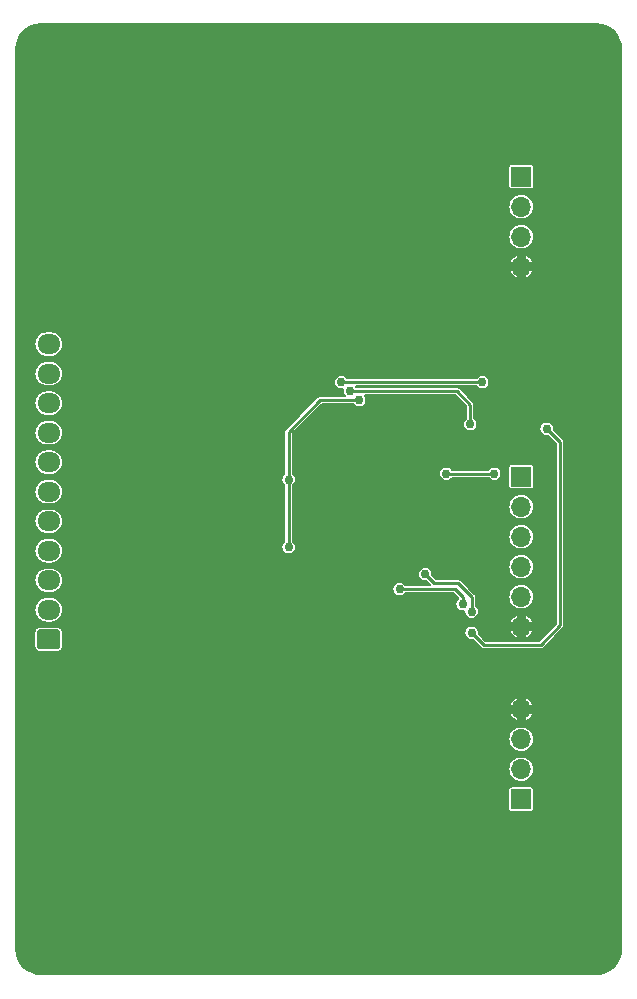
<source format=gbr>
G04 #@! TF.GenerationSoftware,KiCad,Pcbnew,(5.1.2)-2*
G04 #@! TF.CreationDate,2019-08-30T16:27:02-04:00*
G04 #@! TF.ProjectId,AFE SubBoard 0-2,41464520-5375-4624-926f-61726420302d,rev?*
G04 #@! TF.SameCoordinates,Original*
G04 #@! TF.FileFunction,Copper,L2,Bot*
G04 #@! TF.FilePolarity,Positive*
%FSLAX46Y46*%
G04 Gerber Fmt 4.6, Leading zero omitted, Abs format (unit mm)*
G04 Created by KiCad (PCBNEW (5.1.2)-2) date 2019-08-30 16:27:02*
%MOMM*%
%LPD*%
G04 APERTURE LIST*
G04 #@! TA.AperFunction,ComponentPad*
%ADD10O,1.700000X1.700000*%
G04 #@! TD*
G04 #@! TA.AperFunction,ComponentPad*
%ADD11R,1.700000X1.700000*%
G04 #@! TD*
G04 #@! TA.AperFunction,ComponentPad*
%ADD12O,1.950000X1.700000*%
G04 #@! TD*
G04 #@! TA.AperFunction,Conductor*
%ADD13C,0.100000*%
G04 #@! TD*
G04 #@! TA.AperFunction,ComponentPad*
%ADD14C,1.700000*%
G04 #@! TD*
G04 #@! TA.AperFunction,ViaPad*
%ADD15C,0.762000*%
G04 #@! TD*
G04 #@! TA.AperFunction,Conductor*
%ADD16C,0.254000*%
G04 #@! TD*
G04 #@! TA.AperFunction,Conductor*
%ADD17C,0.152400*%
G04 #@! TD*
G04 APERTURE END LIST*
D10*
G04 #@! TO.P,J4,4*
G04 #@! TO.N,GND*
X163830000Y-27305000D03*
G04 #@! TO.P,J4,3*
G04 #@! TO.N,/TS1*
X163830000Y-24765000D03*
G04 #@! TO.P,J4,2*
G04 #@! TO.N,/VC5X*
X163830000Y-22225000D03*
D11*
G04 #@! TO.P,J4,1*
G04 #@! TO.N,/TS2*
X163830000Y-19685000D03*
G04 #@! TD*
D10*
G04 #@! TO.P,J3,6*
G04 #@! TO.N,GND*
X163830000Y-57785000D03*
G04 #@! TO.P,J3,5*
G04 #@! TO.N,/ALT*
X163830000Y-55245000D03*
G04 #@! TO.P,J3,4*
G04 #@! TO.N,/DSG*
X163830000Y-52705000D03*
G04 #@! TO.P,J3,3*
G04 #@! TO.N,/CHG*
X163830000Y-50165000D03*
G04 #@! TO.P,J3,2*
G04 #@! TO.N,/SDA*
X163830000Y-47625000D03*
D11*
G04 #@! TO.P,J3,1*
G04 #@! TO.N,/SCL*
X163830000Y-45085000D03*
G04 #@! TD*
D10*
G04 #@! TO.P,J2,4*
G04 #@! TO.N,GND*
X163830000Y-64770000D03*
G04 #@! TO.P,J2,3*
G04 #@! TO.N,/USB_BOOT*
X163830000Y-67310000D03*
G04 #@! TO.P,J2,2*
G04 #@! TO.N,/REGOUT*
X163830000Y-69850000D03*
D11*
G04 #@! TO.P,J2,1*
G04 #@! TO.N,/AFE_PWR*
X163830000Y-72390000D03*
G04 #@! TD*
D12*
G04 #@! TO.P,J1,11*
G04 #@! TO.N,Net-(D1-Pad2)*
X123825000Y-33855000D03*
G04 #@! TO.P,J1,10*
G04 #@! TO.N,Net-(D11-Pad2)*
X123825000Y-36355000D03*
G04 #@! TO.P,J1,9*
G04 #@! TO.N,Net-(D12-Pad2)*
X123825000Y-38855000D03*
G04 #@! TO.P,J1,8*
G04 #@! TO.N,Net-(D13-Pad2)*
X123825000Y-41355000D03*
G04 #@! TO.P,J1,7*
G04 #@! TO.N,Net-(D14-Pad2)*
X123825000Y-43855000D03*
G04 #@! TO.P,J1,6*
G04 #@! TO.N,Net-(D15-Pad2)*
X123825000Y-46355000D03*
G04 #@! TO.P,J1,5*
G04 #@! TO.N,Net-(D16-Pad2)*
X123825000Y-48855000D03*
G04 #@! TO.P,J1,4*
G04 #@! TO.N,Net-(D17-Pad2)*
X123825000Y-51355000D03*
G04 #@! TO.P,J1,3*
G04 #@! TO.N,Net-(D18-Pad2)*
X123825000Y-53855000D03*
G04 #@! TO.P,J1,2*
G04 #@! TO.N,/BOOT_V*
X123825000Y-56355000D03*
D13*
G04 #@! TD*
G04 #@! TO.N,Net-(D20-Pad2)*
G04 #@! TO.C,J1*
G36*
X124574504Y-58006204D02*
G01*
X124598773Y-58009804D01*
X124622571Y-58015765D01*
X124645671Y-58024030D01*
X124667849Y-58034520D01*
X124688893Y-58047133D01*
X124708598Y-58061747D01*
X124726777Y-58078223D01*
X124743253Y-58096402D01*
X124757867Y-58116107D01*
X124770480Y-58137151D01*
X124780970Y-58159329D01*
X124789235Y-58182429D01*
X124795196Y-58206227D01*
X124798796Y-58230496D01*
X124800000Y-58255000D01*
X124800000Y-59455000D01*
X124798796Y-59479504D01*
X124795196Y-59503773D01*
X124789235Y-59527571D01*
X124780970Y-59550671D01*
X124770480Y-59572849D01*
X124757867Y-59593893D01*
X124743253Y-59613598D01*
X124726777Y-59631777D01*
X124708598Y-59648253D01*
X124688893Y-59662867D01*
X124667849Y-59675480D01*
X124645671Y-59685970D01*
X124622571Y-59694235D01*
X124598773Y-59700196D01*
X124574504Y-59703796D01*
X124550000Y-59705000D01*
X123100000Y-59705000D01*
X123075496Y-59703796D01*
X123051227Y-59700196D01*
X123027429Y-59694235D01*
X123004329Y-59685970D01*
X122982151Y-59675480D01*
X122961107Y-59662867D01*
X122941402Y-59648253D01*
X122923223Y-59631777D01*
X122906747Y-59613598D01*
X122892133Y-59593893D01*
X122879520Y-59572849D01*
X122869030Y-59550671D01*
X122860765Y-59527571D01*
X122854804Y-59503773D01*
X122851204Y-59479504D01*
X122850000Y-59455000D01*
X122850000Y-58255000D01*
X122851204Y-58230496D01*
X122854804Y-58206227D01*
X122860765Y-58182429D01*
X122869030Y-58159329D01*
X122879520Y-58137151D01*
X122892133Y-58116107D01*
X122906747Y-58096402D01*
X122923223Y-58078223D01*
X122941402Y-58061747D01*
X122961107Y-58047133D01*
X122982151Y-58034520D01*
X123004329Y-58024030D01*
X123027429Y-58015765D01*
X123051227Y-58009804D01*
X123075496Y-58006204D01*
X123100000Y-58005000D01*
X124550000Y-58005000D01*
X124574504Y-58006204D01*
X124574504Y-58006204D01*
G37*
D14*
G04 #@! TO.P,J1,1*
G04 #@! TO.N,Net-(D20-Pad2)*
X123825000Y-58855000D03*
G04 #@! TD*
D15*
G04 #@! TO.N,/VC10*
X160528000Y-37084000D03*
X148590000Y-37084000D03*
G04 #@! TO.N,GND*
X145542000Y-77724000D03*
X145542000Y-79756000D03*
X158623000Y-59690000D03*
X158877000Y-57150000D03*
X152781000Y-57404000D03*
X157734000Y-53340000D03*
X153543000Y-51054000D03*
X154940000Y-49149000D03*
X158369000Y-49149000D03*
X158242000Y-39116000D03*
X155575000Y-27432000D03*
X161290000Y-27432000D03*
X154051000Y-19939000D03*
X155575000Y-19939000D03*
G04 #@! TO.N,/VC5X*
X144145000Y-45339000D03*
X144145000Y-51054000D03*
X157480000Y-44831000D03*
X161544000Y-44831000D03*
X165989000Y-41021000D03*
X159639000Y-58293000D03*
X150114000Y-38608000D03*
G04 #@! TO.N,/ALT*
X158877000Y-55880000D03*
X153543000Y-54610000D03*
G04 #@! TO.N,/REGOUT*
X155702000Y-53340000D03*
X159639000Y-56515000D03*
G04 #@! TO.N,/VC10X*
X149352000Y-37846000D03*
X159512000Y-40640000D03*
G04 #@! TD*
D16*
G04 #@! TO.N,/VC10*
X160528000Y-37084000D02*
X159989185Y-37084000D01*
X159989185Y-37084000D02*
X148590000Y-37084000D01*
G04 #@! TO.N,/VC5X*
X144145000Y-45339000D02*
X144145000Y-51054000D01*
X157480000Y-44831000D02*
X161544000Y-44831000D01*
X160019999Y-58673999D02*
X159639000Y-58293000D01*
X160655000Y-59309000D02*
X160019999Y-58673999D01*
X165481000Y-59309000D02*
X160655000Y-59309000D01*
X167132000Y-57658000D02*
X165481000Y-59309000D01*
X165989000Y-41021000D02*
X167132000Y-42164000D01*
X167132000Y-42164000D02*
X167132000Y-57658000D01*
X144145000Y-45339000D02*
X144145000Y-41275000D01*
X144145000Y-41275000D02*
X146812000Y-38608000D01*
X146812000Y-38608000D02*
X150114000Y-38608000D01*
G04 #@! TO.N,/ALT*
X158242000Y-54610000D02*
X153543000Y-54610000D01*
X158877000Y-55880000D02*
X158877000Y-55245000D01*
X158877000Y-55245000D02*
X158242000Y-54610000D01*
G04 #@! TO.N,/REGOUT*
X159639000Y-55245000D02*
X159639000Y-56515000D01*
X158496000Y-54102000D02*
X159639000Y-55245000D01*
X155702000Y-53340000D02*
X156464000Y-54102000D01*
X156464000Y-54102000D02*
X158496000Y-54102000D01*
G04 #@! TO.N,/VC10X*
X149352000Y-37846000D02*
X158369000Y-37846000D01*
X159512000Y-38989000D02*
X159512000Y-40640000D01*
X158369000Y-37846000D02*
X159512000Y-38989000D01*
G04 #@! TD*
D17*
G04 #@! TO.N,GND*
G36*
X170591560Y-6811464D02*
G01*
X170987451Y-6930990D01*
X171352578Y-7125132D01*
X171673042Y-7386496D01*
X171936638Y-7705129D01*
X172133327Y-8068899D01*
X172255612Y-8463939D01*
X172300900Y-8894821D01*
X172300901Y-85069490D01*
X172258536Y-85501560D01*
X172139011Y-85897447D01*
X171944870Y-86262574D01*
X171683504Y-86583042D01*
X171364871Y-86846638D01*
X171001101Y-87043327D01*
X170606062Y-87165612D01*
X170175179Y-87210900D01*
X123210499Y-87210900D01*
X122778440Y-87168536D01*
X122382553Y-87049011D01*
X122017426Y-86854870D01*
X121696958Y-86593504D01*
X121433362Y-86274871D01*
X121236673Y-85911101D01*
X121114388Y-85516062D01*
X121069100Y-85085179D01*
X121069100Y-71540000D01*
X162750294Y-71540000D01*
X162750294Y-73240000D01*
X162754708Y-73284813D01*
X162767779Y-73327905D01*
X162789006Y-73367618D01*
X162817573Y-73402427D01*
X162852382Y-73430994D01*
X162892095Y-73452221D01*
X162935187Y-73465292D01*
X162980000Y-73469706D01*
X164680000Y-73469706D01*
X164724813Y-73465292D01*
X164767905Y-73452221D01*
X164807618Y-73430994D01*
X164842427Y-73402427D01*
X164870994Y-73367618D01*
X164892221Y-73327905D01*
X164905292Y-73284813D01*
X164909706Y-73240000D01*
X164909706Y-71540000D01*
X164905292Y-71495187D01*
X164892221Y-71452095D01*
X164870994Y-71412382D01*
X164842427Y-71377573D01*
X164807618Y-71349006D01*
X164767905Y-71327779D01*
X164724813Y-71314708D01*
X164680000Y-71310294D01*
X162980000Y-71310294D01*
X162935187Y-71314708D01*
X162892095Y-71327779D01*
X162852382Y-71349006D01*
X162817573Y-71377573D01*
X162789006Y-71412382D01*
X162767779Y-71452095D01*
X162754708Y-71495187D01*
X162750294Y-71540000D01*
X121069100Y-71540000D01*
X121069100Y-69850000D01*
X162746182Y-69850000D01*
X162767007Y-70061442D01*
X162828683Y-70264759D01*
X162928838Y-70452137D01*
X163063625Y-70616375D01*
X163227863Y-70751162D01*
X163415241Y-70851317D01*
X163618558Y-70912993D01*
X163777020Y-70928600D01*
X163882980Y-70928600D01*
X164041442Y-70912993D01*
X164244759Y-70851317D01*
X164432137Y-70751162D01*
X164596375Y-70616375D01*
X164731162Y-70452137D01*
X164831317Y-70264759D01*
X164892993Y-70061442D01*
X164913818Y-69850000D01*
X164892993Y-69638558D01*
X164831317Y-69435241D01*
X164731162Y-69247863D01*
X164596375Y-69083625D01*
X164432137Y-68948838D01*
X164244759Y-68848683D01*
X164041442Y-68787007D01*
X163882980Y-68771400D01*
X163777020Y-68771400D01*
X163618558Y-68787007D01*
X163415241Y-68848683D01*
X163227863Y-68948838D01*
X163063625Y-69083625D01*
X162928838Y-69247863D01*
X162828683Y-69435241D01*
X162767007Y-69638558D01*
X162746182Y-69850000D01*
X121069100Y-69850000D01*
X121069100Y-67310000D01*
X162746182Y-67310000D01*
X162767007Y-67521442D01*
X162828683Y-67724759D01*
X162928838Y-67912137D01*
X163063625Y-68076375D01*
X163227863Y-68211162D01*
X163415241Y-68311317D01*
X163618558Y-68372993D01*
X163777020Y-68388600D01*
X163882980Y-68388600D01*
X164041442Y-68372993D01*
X164244759Y-68311317D01*
X164432137Y-68211162D01*
X164596375Y-68076375D01*
X164731162Y-67912137D01*
X164831317Y-67724759D01*
X164892993Y-67521442D01*
X164913818Y-67310000D01*
X164892993Y-67098558D01*
X164831317Y-66895241D01*
X164731162Y-66707863D01*
X164596375Y-66543625D01*
X164432137Y-66408838D01*
X164244759Y-66308683D01*
X164041442Y-66247007D01*
X163882980Y-66231400D01*
X163777020Y-66231400D01*
X163618558Y-66247007D01*
X163415241Y-66308683D01*
X163227863Y-66408838D01*
X163063625Y-66543625D01*
X162928838Y-66707863D01*
X162828683Y-66895241D01*
X162767007Y-67098558D01*
X162746182Y-67310000D01*
X121069100Y-67310000D01*
X121069100Y-65074800D01*
X162855086Y-65074800D01*
X162855781Y-65232900D01*
X162903855Y-65322870D01*
X163029510Y-65492929D01*
X163185928Y-65635206D01*
X163367097Y-65744234D01*
X163525200Y-65747504D01*
X163525200Y-65074800D01*
X164134800Y-65074800D01*
X164134800Y-65747504D01*
X164292903Y-65744234D01*
X164474072Y-65635206D01*
X164630490Y-65492929D01*
X164756145Y-65322870D01*
X164804219Y-65232900D01*
X164804914Y-65074800D01*
X164134800Y-65074800D01*
X163525200Y-65074800D01*
X162855086Y-65074800D01*
X121069100Y-65074800D01*
X121069100Y-64465200D01*
X162855086Y-64465200D01*
X163525200Y-64465200D01*
X164134800Y-64465200D01*
X164804914Y-64465200D01*
X164804219Y-64307100D01*
X164756145Y-64217130D01*
X164630490Y-64047071D01*
X164474072Y-63904794D01*
X164292903Y-63795766D01*
X164134800Y-63792496D01*
X164134800Y-64465200D01*
X163525200Y-64465200D01*
X163525200Y-63792496D01*
X163367097Y-63795766D01*
X163185928Y-63904794D01*
X163029510Y-64047071D01*
X162903855Y-64217130D01*
X162855781Y-64307100D01*
X162855086Y-64465200D01*
X121069100Y-64465200D01*
X121069100Y-58255000D01*
X122620294Y-58255000D01*
X122620294Y-59455000D01*
X122629511Y-59548586D01*
X122656809Y-59638576D01*
X122701139Y-59721510D01*
X122760797Y-59794203D01*
X122833490Y-59853861D01*
X122916424Y-59898191D01*
X123006414Y-59925489D01*
X123100000Y-59934706D01*
X124550000Y-59934706D01*
X124643586Y-59925489D01*
X124733576Y-59898191D01*
X124816510Y-59853861D01*
X124889203Y-59794203D01*
X124948861Y-59721510D01*
X124993191Y-59638576D01*
X125020489Y-59548586D01*
X125029706Y-59455000D01*
X125029706Y-58255000D01*
X125027536Y-58232960D01*
X159029400Y-58232960D01*
X159029400Y-58353040D01*
X159052826Y-58470814D01*
X159098779Y-58581754D01*
X159165492Y-58681598D01*
X159250402Y-58766508D01*
X159350246Y-58833221D01*
X159461186Y-58879174D01*
X159578960Y-58902600D01*
X159699040Y-58902600D01*
X159737964Y-58894858D01*
X159780900Y-58937794D01*
X159780905Y-58937798D01*
X160391206Y-59548100D01*
X160402337Y-59561663D01*
X160456484Y-59606101D01*
X160518260Y-59639121D01*
X160556102Y-59650600D01*
X160585289Y-59659454D01*
X160592187Y-59660133D01*
X160637537Y-59664600D01*
X160637544Y-59664600D01*
X160654999Y-59666319D01*
X160672455Y-59664600D01*
X165463545Y-59664600D01*
X165481000Y-59666319D01*
X165498455Y-59664600D01*
X165498463Y-59664600D01*
X165550710Y-59659454D01*
X165617740Y-59639121D01*
X165679516Y-59606101D01*
X165733663Y-59561663D01*
X165744799Y-59548094D01*
X167371100Y-57921794D01*
X167384663Y-57910663D01*
X167429101Y-57856516D01*
X167462121Y-57794740D01*
X167482454Y-57727710D01*
X167487600Y-57675463D01*
X167487600Y-57675455D01*
X167489319Y-57658000D01*
X167487600Y-57640545D01*
X167487600Y-42181455D01*
X167489319Y-42163999D01*
X167487600Y-42146544D01*
X167487600Y-42146537D01*
X167482454Y-42094290D01*
X167462121Y-42027260D01*
X167429101Y-41965484D01*
X167422251Y-41957137D01*
X167395795Y-41924900D01*
X167395785Y-41924890D01*
X167384662Y-41911337D01*
X167371110Y-41900215D01*
X166590858Y-41119964D01*
X166598600Y-41081040D01*
X166598600Y-40960960D01*
X166575174Y-40843186D01*
X166529221Y-40732246D01*
X166462508Y-40632402D01*
X166377598Y-40547492D01*
X166277754Y-40480779D01*
X166166814Y-40434826D01*
X166049040Y-40411400D01*
X165928960Y-40411400D01*
X165811186Y-40434826D01*
X165700246Y-40480779D01*
X165600402Y-40547492D01*
X165515492Y-40632402D01*
X165448779Y-40732246D01*
X165402826Y-40843186D01*
X165379400Y-40960960D01*
X165379400Y-41081040D01*
X165402826Y-41198814D01*
X165448779Y-41309754D01*
X165515492Y-41409598D01*
X165600402Y-41494508D01*
X165700246Y-41561221D01*
X165811186Y-41607174D01*
X165928960Y-41630600D01*
X166049040Y-41630600D01*
X166087964Y-41622858D01*
X166776400Y-42311295D01*
X166776401Y-57510705D01*
X165333707Y-58953400D01*
X160802294Y-58953400D01*
X160283798Y-58434905D01*
X160283794Y-58434900D01*
X160240858Y-58391964D01*
X160248600Y-58353040D01*
X160248600Y-58232960D01*
X160225174Y-58115186D01*
X160214659Y-58089800D01*
X162855086Y-58089800D01*
X162855781Y-58247900D01*
X162903855Y-58337870D01*
X163029510Y-58507929D01*
X163185928Y-58650206D01*
X163367097Y-58759234D01*
X163525200Y-58762504D01*
X163525200Y-58089800D01*
X164134800Y-58089800D01*
X164134800Y-58762504D01*
X164292903Y-58759234D01*
X164474072Y-58650206D01*
X164630490Y-58507929D01*
X164756145Y-58337870D01*
X164804219Y-58247900D01*
X164804914Y-58089800D01*
X164134800Y-58089800D01*
X163525200Y-58089800D01*
X162855086Y-58089800D01*
X160214659Y-58089800D01*
X160179221Y-58004246D01*
X160112508Y-57904402D01*
X160027598Y-57819492D01*
X159927754Y-57752779D01*
X159816814Y-57706826D01*
X159699040Y-57683400D01*
X159578960Y-57683400D01*
X159461186Y-57706826D01*
X159350246Y-57752779D01*
X159250402Y-57819492D01*
X159165492Y-57904402D01*
X159098779Y-58004246D01*
X159052826Y-58115186D01*
X159029400Y-58232960D01*
X125027536Y-58232960D01*
X125020489Y-58161414D01*
X124993191Y-58071424D01*
X124948861Y-57988490D01*
X124889203Y-57915797D01*
X124816510Y-57856139D01*
X124733576Y-57811809D01*
X124643586Y-57784511D01*
X124550000Y-57775294D01*
X123100000Y-57775294D01*
X123006414Y-57784511D01*
X122916424Y-57811809D01*
X122833490Y-57856139D01*
X122760797Y-57915797D01*
X122701139Y-57988490D01*
X122656809Y-58071424D01*
X122629511Y-58161414D01*
X122620294Y-58255000D01*
X121069100Y-58255000D01*
X121069100Y-57480200D01*
X162855086Y-57480200D01*
X163525200Y-57480200D01*
X164134800Y-57480200D01*
X164804914Y-57480200D01*
X164804219Y-57322100D01*
X164756145Y-57232130D01*
X164630490Y-57062071D01*
X164474072Y-56919794D01*
X164292903Y-56810766D01*
X164134800Y-56807496D01*
X164134800Y-57480200D01*
X163525200Y-57480200D01*
X163525200Y-56807496D01*
X163367097Y-56810766D01*
X163185928Y-56919794D01*
X163029510Y-57062071D01*
X162903855Y-57232130D01*
X162855781Y-57322100D01*
X162855086Y-57480200D01*
X121069100Y-57480200D01*
X121069100Y-56355000D01*
X122616182Y-56355000D01*
X122637007Y-56566442D01*
X122698683Y-56769759D01*
X122798838Y-56957137D01*
X122933625Y-57121375D01*
X123097863Y-57256162D01*
X123285241Y-57356317D01*
X123488558Y-57417993D01*
X123647020Y-57433600D01*
X124002980Y-57433600D01*
X124161442Y-57417993D01*
X124364759Y-57356317D01*
X124552137Y-57256162D01*
X124716375Y-57121375D01*
X124851162Y-56957137D01*
X124951317Y-56769759D01*
X125012993Y-56566442D01*
X125033818Y-56355000D01*
X125012993Y-56143558D01*
X124951317Y-55940241D01*
X124851162Y-55752863D01*
X124716375Y-55588625D01*
X124552137Y-55453838D01*
X124364759Y-55353683D01*
X124161442Y-55292007D01*
X124002980Y-55276400D01*
X123647020Y-55276400D01*
X123488558Y-55292007D01*
X123285241Y-55353683D01*
X123097863Y-55453838D01*
X122933625Y-55588625D01*
X122798838Y-55752863D01*
X122698683Y-55940241D01*
X122637007Y-56143558D01*
X122616182Y-56355000D01*
X121069100Y-56355000D01*
X121069100Y-53855000D01*
X122616182Y-53855000D01*
X122637007Y-54066442D01*
X122698683Y-54269759D01*
X122798838Y-54457137D01*
X122933625Y-54621375D01*
X123097863Y-54756162D01*
X123285241Y-54856317D01*
X123488558Y-54917993D01*
X123647020Y-54933600D01*
X124002980Y-54933600D01*
X124161442Y-54917993D01*
X124364759Y-54856317D01*
X124552137Y-54756162D01*
X124716375Y-54621375D01*
X124774983Y-54549960D01*
X152933400Y-54549960D01*
X152933400Y-54670040D01*
X152956826Y-54787814D01*
X153002779Y-54898754D01*
X153069492Y-54998598D01*
X153154402Y-55083508D01*
X153254246Y-55150221D01*
X153365186Y-55196174D01*
X153482960Y-55219600D01*
X153603040Y-55219600D01*
X153720814Y-55196174D01*
X153831754Y-55150221D01*
X153931598Y-55083508D01*
X154016508Y-54998598D01*
X154038556Y-54965600D01*
X158094707Y-54965600D01*
X158516694Y-55387588D01*
X158488402Y-55406492D01*
X158403492Y-55491402D01*
X158336779Y-55591246D01*
X158290826Y-55702186D01*
X158267400Y-55819960D01*
X158267400Y-55940040D01*
X158290826Y-56057814D01*
X158336779Y-56168754D01*
X158403492Y-56268598D01*
X158488402Y-56353508D01*
X158588246Y-56420221D01*
X158699186Y-56466174D01*
X158816960Y-56489600D01*
X158937040Y-56489600D01*
X159029400Y-56471229D01*
X159029400Y-56575040D01*
X159052826Y-56692814D01*
X159098779Y-56803754D01*
X159165492Y-56903598D01*
X159250402Y-56988508D01*
X159350246Y-57055221D01*
X159461186Y-57101174D01*
X159578960Y-57124600D01*
X159699040Y-57124600D01*
X159816814Y-57101174D01*
X159927754Y-57055221D01*
X160027598Y-56988508D01*
X160112508Y-56903598D01*
X160179221Y-56803754D01*
X160225174Y-56692814D01*
X160248600Y-56575040D01*
X160248600Y-56454960D01*
X160225174Y-56337186D01*
X160179221Y-56226246D01*
X160112508Y-56126402D01*
X160027598Y-56041492D01*
X159994600Y-56019444D01*
X159994600Y-55262455D01*
X159996318Y-55245000D01*
X162746182Y-55245000D01*
X162767007Y-55456442D01*
X162828683Y-55659759D01*
X162928838Y-55847137D01*
X163063625Y-56011375D01*
X163227863Y-56146162D01*
X163415241Y-56246317D01*
X163618558Y-56307993D01*
X163777020Y-56323600D01*
X163882980Y-56323600D01*
X164041442Y-56307993D01*
X164244759Y-56246317D01*
X164432137Y-56146162D01*
X164596375Y-56011375D01*
X164731162Y-55847137D01*
X164831317Y-55659759D01*
X164892993Y-55456442D01*
X164913818Y-55245000D01*
X164892993Y-55033558D01*
X164831317Y-54830241D01*
X164731162Y-54642863D01*
X164596375Y-54478625D01*
X164432137Y-54343838D01*
X164244759Y-54243683D01*
X164041442Y-54182007D01*
X163882980Y-54166400D01*
X163777020Y-54166400D01*
X163618558Y-54182007D01*
X163415241Y-54243683D01*
X163227863Y-54343838D01*
X163063625Y-54478625D01*
X162928838Y-54642863D01*
X162828683Y-54830241D01*
X162767007Y-55033558D01*
X162746182Y-55245000D01*
X159996318Y-55245000D01*
X159996319Y-55244999D01*
X159994600Y-55227544D01*
X159994600Y-55227537D01*
X159989454Y-55175290D01*
X159969121Y-55108260D01*
X159936101Y-55046484D01*
X159932933Y-55042624D01*
X159902795Y-55005900D01*
X159902785Y-55005890D01*
X159891662Y-54992337D01*
X159878110Y-54981215D01*
X158759799Y-53862906D01*
X158748663Y-53849337D01*
X158694516Y-53804899D01*
X158632740Y-53771879D01*
X158565710Y-53751546D01*
X158513463Y-53746400D01*
X158513455Y-53746400D01*
X158496000Y-53744681D01*
X158478545Y-53746400D01*
X156611294Y-53746400D01*
X156303858Y-53438964D01*
X156311600Y-53400040D01*
X156311600Y-53279960D01*
X156288174Y-53162186D01*
X156242221Y-53051246D01*
X156175508Y-52951402D01*
X156090598Y-52866492D01*
X155990754Y-52799779D01*
X155879814Y-52753826D01*
X155762040Y-52730400D01*
X155641960Y-52730400D01*
X155524186Y-52753826D01*
X155413246Y-52799779D01*
X155313402Y-52866492D01*
X155228492Y-52951402D01*
X155161779Y-53051246D01*
X155115826Y-53162186D01*
X155092400Y-53279960D01*
X155092400Y-53400040D01*
X155115826Y-53517814D01*
X155161779Y-53628754D01*
X155228492Y-53728598D01*
X155313402Y-53813508D01*
X155413246Y-53880221D01*
X155524186Y-53926174D01*
X155641960Y-53949600D01*
X155762040Y-53949600D01*
X155800964Y-53941858D01*
X156113506Y-54254400D01*
X154038556Y-54254400D01*
X154016508Y-54221402D01*
X153931598Y-54136492D01*
X153831754Y-54069779D01*
X153720814Y-54023826D01*
X153603040Y-54000400D01*
X153482960Y-54000400D01*
X153365186Y-54023826D01*
X153254246Y-54069779D01*
X153154402Y-54136492D01*
X153069492Y-54221402D01*
X153002779Y-54321246D01*
X152956826Y-54432186D01*
X152933400Y-54549960D01*
X124774983Y-54549960D01*
X124851162Y-54457137D01*
X124951317Y-54269759D01*
X125012993Y-54066442D01*
X125033818Y-53855000D01*
X125012993Y-53643558D01*
X124951317Y-53440241D01*
X124851162Y-53252863D01*
X124716375Y-53088625D01*
X124552137Y-52953838D01*
X124364759Y-52853683D01*
X124161442Y-52792007D01*
X124002980Y-52776400D01*
X123647020Y-52776400D01*
X123488558Y-52792007D01*
X123285241Y-52853683D01*
X123097863Y-52953838D01*
X122933625Y-53088625D01*
X122798838Y-53252863D01*
X122698683Y-53440241D01*
X122637007Y-53643558D01*
X122616182Y-53855000D01*
X121069100Y-53855000D01*
X121069100Y-52705000D01*
X162746182Y-52705000D01*
X162767007Y-52916442D01*
X162828683Y-53119759D01*
X162928838Y-53307137D01*
X163063625Y-53471375D01*
X163227863Y-53606162D01*
X163415241Y-53706317D01*
X163618558Y-53767993D01*
X163777020Y-53783600D01*
X163882980Y-53783600D01*
X164041442Y-53767993D01*
X164244759Y-53706317D01*
X164432137Y-53606162D01*
X164596375Y-53471375D01*
X164731162Y-53307137D01*
X164831317Y-53119759D01*
X164892993Y-52916442D01*
X164913818Y-52705000D01*
X164892993Y-52493558D01*
X164831317Y-52290241D01*
X164731162Y-52102863D01*
X164596375Y-51938625D01*
X164432137Y-51803838D01*
X164244759Y-51703683D01*
X164041442Y-51642007D01*
X163882980Y-51626400D01*
X163777020Y-51626400D01*
X163618558Y-51642007D01*
X163415241Y-51703683D01*
X163227863Y-51803838D01*
X163063625Y-51938625D01*
X162928838Y-52102863D01*
X162828683Y-52290241D01*
X162767007Y-52493558D01*
X162746182Y-52705000D01*
X121069100Y-52705000D01*
X121069100Y-51355000D01*
X122616182Y-51355000D01*
X122637007Y-51566442D01*
X122698683Y-51769759D01*
X122798838Y-51957137D01*
X122933625Y-52121375D01*
X123097863Y-52256162D01*
X123285241Y-52356317D01*
X123488558Y-52417993D01*
X123647020Y-52433600D01*
X124002980Y-52433600D01*
X124161442Y-52417993D01*
X124364759Y-52356317D01*
X124552137Y-52256162D01*
X124716375Y-52121375D01*
X124851162Y-51957137D01*
X124951317Y-51769759D01*
X125012993Y-51566442D01*
X125033818Y-51355000D01*
X125012993Y-51143558D01*
X124951317Y-50940241D01*
X124851162Y-50752863D01*
X124716375Y-50588625D01*
X124552137Y-50453838D01*
X124364759Y-50353683D01*
X124161442Y-50292007D01*
X124002980Y-50276400D01*
X123647020Y-50276400D01*
X123488558Y-50292007D01*
X123285241Y-50353683D01*
X123097863Y-50453838D01*
X122933625Y-50588625D01*
X122798838Y-50752863D01*
X122698683Y-50940241D01*
X122637007Y-51143558D01*
X122616182Y-51355000D01*
X121069100Y-51355000D01*
X121069100Y-48855000D01*
X122616182Y-48855000D01*
X122637007Y-49066442D01*
X122698683Y-49269759D01*
X122798838Y-49457137D01*
X122933625Y-49621375D01*
X123097863Y-49756162D01*
X123285241Y-49856317D01*
X123488558Y-49917993D01*
X123647020Y-49933600D01*
X124002980Y-49933600D01*
X124161442Y-49917993D01*
X124364759Y-49856317D01*
X124552137Y-49756162D01*
X124716375Y-49621375D01*
X124851162Y-49457137D01*
X124951317Y-49269759D01*
X125012993Y-49066442D01*
X125033818Y-48855000D01*
X125012993Y-48643558D01*
X124951317Y-48440241D01*
X124851162Y-48252863D01*
X124716375Y-48088625D01*
X124552137Y-47953838D01*
X124364759Y-47853683D01*
X124161442Y-47792007D01*
X124002980Y-47776400D01*
X123647020Y-47776400D01*
X123488558Y-47792007D01*
X123285241Y-47853683D01*
X123097863Y-47953838D01*
X122933625Y-48088625D01*
X122798838Y-48252863D01*
X122698683Y-48440241D01*
X122637007Y-48643558D01*
X122616182Y-48855000D01*
X121069100Y-48855000D01*
X121069100Y-46355000D01*
X122616182Y-46355000D01*
X122637007Y-46566442D01*
X122698683Y-46769759D01*
X122798838Y-46957137D01*
X122933625Y-47121375D01*
X123097863Y-47256162D01*
X123285241Y-47356317D01*
X123488558Y-47417993D01*
X123647020Y-47433600D01*
X124002980Y-47433600D01*
X124161442Y-47417993D01*
X124364759Y-47356317D01*
X124552137Y-47256162D01*
X124716375Y-47121375D01*
X124851162Y-46957137D01*
X124951317Y-46769759D01*
X125012993Y-46566442D01*
X125033818Y-46355000D01*
X125012993Y-46143558D01*
X124951317Y-45940241D01*
X124851162Y-45752863D01*
X124716375Y-45588625D01*
X124552137Y-45453838D01*
X124364759Y-45353683D01*
X124161442Y-45292007D01*
X124028973Y-45278960D01*
X143535400Y-45278960D01*
X143535400Y-45399040D01*
X143558826Y-45516814D01*
X143604779Y-45627754D01*
X143671492Y-45727598D01*
X143756402Y-45812508D01*
X143789400Y-45834556D01*
X143789401Y-50558443D01*
X143756402Y-50580492D01*
X143671492Y-50665402D01*
X143604779Y-50765246D01*
X143558826Y-50876186D01*
X143535400Y-50993960D01*
X143535400Y-51114040D01*
X143558826Y-51231814D01*
X143604779Y-51342754D01*
X143671492Y-51442598D01*
X143756402Y-51527508D01*
X143856246Y-51594221D01*
X143967186Y-51640174D01*
X144084960Y-51663600D01*
X144205040Y-51663600D01*
X144322814Y-51640174D01*
X144433754Y-51594221D01*
X144533598Y-51527508D01*
X144618508Y-51442598D01*
X144685221Y-51342754D01*
X144731174Y-51231814D01*
X144754600Y-51114040D01*
X144754600Y-50993960D01*
X144731174Y-50876186D01*
X144685221Y-50765246D01*
X144618508Y-50665402D01*
X144533598Y-50580492D01*
X144500600Y-50558444D01*
X144500600Y-50165000D01*
X162746182Y-50165000D01*
X162767007Y-50376442D01*
X162828683Y-50579759D01*
X162928838Y-50767137D01*
X163063625Y-50931375D01*
X163227863Y-51066162D01*
X163415241Y-51166317D01*
X163618558Y-51227993D01*
X163777020Y-51243600D01*
X163882980Y-51243600D01*
X164041442Y-51227993D01*
X164244759Y-51166317D01*
X164432137Y-51066162D01*
X164596375Y-50931375D01*
X164731162Y-50767137D01*
X164831317Y-50579759D01*
X164892993Y-50376442D01*
X164913818Y-50165000D01*
X164892993Y-49953558D01*
X164831317Y-49750241D01*
X164731162Y-49562863D01*
X164596375Y-49398625D01*
X164432137Y-49263838D01*
X164244759Y-49163683D01*
X164041442Y-49102007D01*
X163882980Y-49086400D01*
X163777020Y-49086400D01*
X163618558Y-49102007D01*
X163415241Y-49163683D01*
X163227863Y-49263838D01*
X163063625Y-49398625D01*
X162928838Y-49562863D01*
X162828683Y-49750241D01*
X162767007Y-49953558D01*
X162746182Y-50165000D01*
X144500600Y-50165000D01*
X144500600Y-47625000D01*
X162746182Y-47625000D01*
X162767007Y-47836442D01*
X162828683Y-48039759D01*
X162928838Y-48227137D01*
X163063625Y-48391375D01*
X163227863Y-48526162D01*
X163415241Y-48626317D01*
X163618558Y-48687993D01*
X163777020Y-48703600D01*
X163882980Y-48703600D01*
X164041442Y-48687993D01*
X164244759Y-48626317D01*
X164432137Y-48526162D01*
X164596375Y-48391375D01*
X164731162Y-48227137D01*
X164831317Y-48039759D01*
X164892993Y-47836442D01*
X164913818Y-47625000D01*
X164892993Y-47413558D01*
X164831317Y-47210241D01*
X164731162Y-47022863D01*
X164596375Y-46858625D01*
X164432137Y-46723838D01*
X164244759Y-46623683D01*
X164041442Y-46562007D01*
X163882980Y-46546400D01*
X163777020Y-46546400D01*
X163618558Y-46562007D01*
X163415241Y-46623683D01*
X163227863Y-46723838D01*
X163063625Y-46858625D01*
X162928838Y-47022863D01*
X162828683Y-47210241D01*
X162767007Y-47413558D01*
X162746182Y-47625000D01*
X144500600Y-47625000D01*
X144500600Y-45834556D01*
X144533598Y-45812508D01*
X144618508Y-45727598D01*
X144685221Y-45627754D01*
X144731174Y-45516814D01*
X144754600Y-45399040D01*
X144754600Y-45278960D01*
X144731174Y-45161186D01*
X144685221Y-45050246D01*
X144618508Y-44950402D01*
X144533598Y-44865492D01*
X144500600Y-44843444D01*
X144500600Y-44770960D01*
X156870400Y-44770960D01*
X156870400Y-44891040D01*
X156893826Y-45008814D01*
X156939779Y-45119754D01*
X157006492Y-45219598D01*
X157091402Y-45304508D01*
X157191246Y-45371221D01*
X157302186Y-45417174D01*
X157419960Y-45440600D01*
X157540040Y-45440600D01*
X157657814Y-45417174D01*
X157768754Y-45371221D01*
X157868598Y-45304508D01*
X157953508Y-45219598D01*
X157975556Y-45186600D01*
X161048444Y-45186600D01*
X161070492Y-45219598D01*
X161155402Y-45304508D01*
X161255246Y-45371221D01*
X161366186Y-45417174D01*
X161483960Y-45440600D01*
X161604040Y-45440600D01*
X161721814Y-45417174D01*
X161832754Y-45371221D01*
X161932598Y-45304508D01*
X162017508Y-45219598D01*
X162084221Y-45119754D01*
X162130174Y-45008814D01*
X162153600Y-44891040D01*
X162153600Y-44770960D01*
X162130174Y-44653186D01*
X162084221Y-44542246D01*
X162017508Y-44442402D01*
X161932598Y-44357492D01*
X161832754Y-44290779D01*
X161721814Y-44244826D01*
X161672414Y-44235000D01*
X162750294Y-44235000D01*
X162750294Y-45935000D01*
X162754708Y-45979813D01*
X162767779Y-46022905D01*
X162789006Y-46062618D01*
X162817573Y-46097427D01*
X162852382Y-46125994D01*
X162892095Y-46147221D01*
X162935187Y-46160292D01*
X162980000Y-46164706D01*
X164680000Y-46164706D01*
X164724813Y-46160292D01*
X164767905Y-46147221D01*
X164807618Y-46125994D01*
X164842427Y-46097427D01*
X164870994Y-46062618D01*
X164892221Y-46022905D01*
X164905292Y-45979813D01*
X164909706Y-45935000D01*
X164909706Y-44235000D01*
X164905292Y-44190187D01*
X164892221Y-44147095D01*
X164870994Y-44107382D01*
X164842427Y-44072573D01*
X164807618Y-44044006D01*
X164767905Y-44022779D01*
X164724813Y-44009708D01*
X164680000Y-44005294D01*
X162980000Y-44005294D01*
X162935187Y-44009708D01*
X162892095Y-44022779D01*
X162852382Y-44044006D01*
X162817573Y-44072573D01*
X162789006Y-44107382D01*
X162767779Y-44147095D01*
X162754708Y-44190187D01*
X162750294Y-44235000D01*
X161672414Y-44235000D01*
X161604040Y-44221400D01*
X161483960Y-44221400D01*
X161366186Y-44244826D01*
X161255246Y-44290779D01*
X161155402Y-44357492D01*
X161070492Y-44442402D01*
X161048444Y-44475400D01*
X157975556Y-44475400D01*
X157953508Y-44442402D01*
X157868598Y-44357492D01*
X157768754Y-44290779D01*
X157657814Y-44244826D01*
X157540040Y-44221400D01*
X157419960Y-44221400D01*
X157302186Y-44244826D01*
X157191246Y-44290779D01*
X157091402Y-44357492D01*
X157006492Y-44442402D01*
X156939779Y-44542246D01*
X156893826Y-44653186D01*
X156870400Y-44770960D01*
X144500600Y-44770960D01*
X144500600Y-41422293D01*
X146959294Y-38963600D01*
X149618444Y-38963600D01*
X149640492Y-38996598D01*
X149725402Y-39081508D01*
X149825246Y-39148221D01*
X149936186Y-39194174D01*
X150053960Y-39217600D01*
X150174040Y-39217600D01*
X150291814Y-39194174D01*
X150402754Y-39148221D01*
X150502598Y-39081508D01*
X150587508Y-38996598D01*
X150654221Y-38896754D01*
X150700174Y-38785814D01*
X150723600Y-38668040D01*
X150723600Y-38547960D01*
X150700174Y-38430186D01*
X150654221Y-38319246D01*
X150587508Y-38219402D01*
X150569706Y-38201600D01*
X158221707Y-38201600D01*
X159156400Y-39136295D01*
X159156401Y-40144443D01*
X159123402Y-40166492D01*
X159038492Y-40251402D01*
X158971779Y-40351246D01*
X158925826Y-40462186D01*
X158902400Y-40579960D01*
X158902400Y-40700040D01*
X158925826Y-40817814D01*
X158971779Y-40928754D01*
X159038492Y-41028598D01*
X159123402Y-41113508D01*
X159223246Y-41180221D01*
X159334186Y-41226174D01*
X159451960Y-41249600D01*
X159572040Y-41249600D01*
X159689814Y-41226174D01*
X159800754Y-41180221D01*
X159900598Y-41113508D01*
X159985508Y-41028598D01*
X160052221Y-40928754D01*
X160098174Y-40817814D01*
X160121600Y-40700040D01*
X160121600Y-40579960D01*
X160098174Y-40462186D01*
X160052221Y-40351246D01*
X159985508Y-40251402D01*
X159900598Y-40166492D01*
X159867600Y-40144444D01*
X159867600Y-39006455D01*
X159869319Y-38988999D01*
X159867600Y-38971544D01*
X159867600Y-38971537D01*
X159862454Y-38919290D01*
X159842121Y-38852260D01*
X159809101Y-38790484D01*
X159805268Y-38785814D01*
X159775795Y-38749900D01*
X159775785Y-38749890D01*
X159764662Y-38736337D01*
X159751110Y-38725215D01*
X158632799Y-37606906D01*
X158621663Y-37593337D01*
X158567516Y-37548899D01*
X158505740Y-37515879D01*
X158438710Y-37495546D01*
X158386463Y-37490400D01*
X158386455Y-37490400D01*
X158369000Y-37488681D01*
X158351545Y-37490400D01*
X149847556Y-37490400D01*
X149825508Y-37457402D01*
X149807706Y-37439600D01*
X160032444Y-37439600D01*
X160054492Y-37472598D01*
X160139402Y-37557508D01*
X160239246Y-37624221D01*
X160350186Y-37670174D01*
X160467960Y-37693600D01*
X160588040Y-37693600D01*
X160705814Y-37670174D01*
X160816754Y-37624221D01*
X160916598Y-37557508D01*
X161001508Y-37472598D01*
X161068221Y-37372754D01*
X161114174Y-37261814D01*
X161137600Y-37144040D01*
X161137600Y-37023960D01*
X161114174Y-36906186D01*
X161068221Y-36795246D01*
X161001508Y-36695402D01*
X160916598Y-36610492D01*
X160816754Y-36543779D01*
X160705814Y-36497826D01*
X160588040Y-36474400D01*
X160467960Y-36474400D01*
X160350186Y-36497826D01*
X160239246Y-36543779D01*
X160139402Y-36610492D01*
X160054492Y-36695402D01*
X160032444Y-36728400D01*
X149085556Y-36728400D01*
X149063508Y-36695402D01*
X148978598Y-36610492D01*
X148878754Y-36543779D01*
X148767814Y-36497826D01*
X148650040Y-36474400D01*
X148529960Y-36474400D01*
X148412186Y-36497826D01*
X148301246Y-36543779D01*
X148201402Y-36610492D01*
X148116492Y-36695402D01*
X148049779Y-36795246D01*
X148003826Y-36906186D01*
X147980400Y-37023960D01*
X147980400Y-37144040D01*
X148003826Y-37261814D01*
X148049779Y-37372754D01*
X148116492Y-37472598D01*
X148201402Y-37557508D01*
X148301246Y-37624221D01*
X148412186Y-37670174D01*
X148529960Y-37693600D01*
X148650040Y-37693600D01*
X148765332Y-37670668D01*
X148742400Y-37785960D01*
X148742400Y-37906040D01*
X148765826Y-38023814D01*
X148811779Y-38134754D01*
X148878492Y-38234598D01*
X148896294Y-38252400D01*
X146829455Y-38252400D01*
X146812000Y-38250681D01*
X146794545Y-38252400D01*
X146794537Y-38252400D01*
X146742290Y-38257546D01*
X146675260Y-38277879D01*
X146613484Y-38310899D01*
X146559337Y-38355337D01*
X146548206Y-38368900D01*
X143905901Y-41011206D01*
X143892338Y-41022337D01*
X143847900Y-41076484D01*
X143845465Y-41081040D01*
X143814880Y-41138259D01*
X143794546Y-41205290D01*
X143787681Y-41275000D01*
X143789401Y-41292465D01*
X143789400Y-44843444D01*
X143756402Y-44865492D01*
X143671492Y-44950402D01*
X143604779Y-45050246D01*
X143558826Y-45161186D01*
X143535400Y-45278960D01*
X124028973Y-45278960D01*
X124002980Y-45276400D01*
X123647020Y-45276400D01*
X123488558Y-45292007D01*
X123285241Y-45353683D01*
X123097863Y-45453838D01*
X122933625Y-45588625D01*
X122798838Y-45752863D01*
X122698683Y-45940241D01*
X122637007Y-46143558D01*
X122616182Y-46355000D01*
X121069100Y-46355000D01*
X121069100Y-43855000D01*
X122616182Y-43855000D01*
X122637007Y-44066442D01*
X122698683Y-44269759D01*
X122798838Y-44457137D01*
X122933625Y-44621375D01*
X123097863Y-44756162D01*
X123285241Y-44856317D01*
X123488558Y-44917993D01*
X123647020Y-44933600D01*
X124002980Y-44933600D01*
X124161442Y-44917993D01*
X124364759Y-44856317D01*
X124552137Y-44756162D01*
X124716375Y-44621375D01*
X124851162Y-44457137D01*
X124951317Y-44269759D01*
X125012993Y-44066442D01*
X125033818Y-43855000D01*
X125012993Y-43643558D01*
X124951317Y-43440241D01*
X124851162Y-43252863D01*
X124716375Y-43088625D01*
X124552137Y-42953838D01*
X124364759Y-42853683D01*
X124161442Y-42792007D01*
X124002980Y-42776400D01*
X123647020Y-42776400D01*
X123488558Y-42792007D01*
X123285241Y-42853683D01*
X123097863Y-42953838D01*
X122933625Y-43088625D01*
X122798838Y-43252863D01*
X122698683Y-43440241D01*
X122637007Y-43643558D01*
X122616182Y-43855000D01*
X121069100Y-43855000D01*
X121069100Y-41355000D01*
X122616182Y-41355000D01*
X122637007Y-41566442D01*
X122698683Y-41769759D01*
X122798838Y-41957137D01*
X122933625Y-42121375D01*
X123097863Y-42256162D01*
X123285241Y-42356317D01*
X123488558Y-42417993D01*
X123647020Y-42433600D01*
X124002980Y-42433600D01*
X124161442Y-42417993D01*
X124364759Y-42356317D01*
X124552137Y-42256162D01*
X124716375Y-42121375D01*
X124851162Y-41957137D01*
X124951317Y-41769759D01*
X125012993Y-41566442D01*
X125033818Y-41355000D01*
X125012993Y-41143558D01*
X124951317Y-40940241D01*
X124851162Y-40752863D01*
X124716375Y-40588625D01*
X124552137Y-40453838D01*
X124364759Y-40353683D01*
X124161442Y-40292007D01*
X124002980Y-40276400D01*
X123647020Y-40276400D01*
X123488558Y-40292007D01*
X123285241Y-40353683D01*
X123097863Y-40453838D01*
X122933625Y-40588625D01*
X122798838Y-40752863D01*
X122698683Y-40940241D01*
X122637007Y-41143558D01*
X122616182Y-41355000D01*
X121069100Y-41355000D01*
X121069100Y-38855000D01*
X122616182Y-38855000D01*
X122637007Y-39066442D01*
X122698683Y-39269759D01*
X122798838Y-39457137D01*
X122933625Y-39621375D01*
X123097863Y-39756162D01*
X123285241Y-39856317D01*
X123488558Y-39917993D01*
X123647020Y-39933600D01*
X124002980Y-39933600D01*
X124161442Y-39917993D01*
X124364759Y-39856317D01*
X124552137Y-39756162D01*
X124716375Y-39621375D01*
X124851162Y-39457137D01*
X124951317Y-39269759D01*
X125012993Y-39066442D01*
X125033818Y-38855000D01*
X125012993Y-38643558D01*
X124951317Y-38440241D01*
X124851162Y-38252863D01*
X124716375Y-38088625D01*
X124552137Y-37953838D01*
X124364759Y-37853683D01*
X124161442Y-37792007D01*
X124002980Y-37776400D01*
X123647020Y-37776400D01*
X123488558Y-37792007D01*
X123285241Y-37853683D01*
X123097863Y-37953838D01*
X122933625Y-38088625D01*
X122798838Y-38252863D01*
X122698683Y-38440241D01*
X122637007Y-38643558D01*
X122616182Y-38855000D01*
X121069100Y-38855000D01*
X121069100Y-36355000D01*
X122616182Y-36355000D01*
X122637007Y-36566442D01*
X122698683Y-36769759D01*
X122798838Y-36957137D01*
X122933625Y-37121375D01*
X123097863Y-37256162D01*
X123285241Y-37356317D01*
X123488558Y-37417993D01*
X123647020Y-37433600D01*
X124002980Y-37433600D01*
X124161442Y-37417993D01*
X124364759Y-37356317D01*
X124552137Y-37256162D01*
X124716375Y-37121375D01*
X124851162Y-36957137D01*
X124951317Y-36769759D01*
X125012993Y-36566442D01*
X125033818Y-36355000D01*
X125012993Y-36143558D01*
X124951317Y-35940241D01*
X124851162Y-35752863D01*
X124716375Y-35588625D01*
X124552137Y-35453838D01*
X124364759Y-35353683D01*
X124161442Y-35292007D01*
X124002980Y-35276400D01*
X123647020Y-35276400D01*
X123488558Y-35292007D01*
X123285241Y-35353683D01*
X123097863Y-35453838D01*
X122933625Y-35588625D01*
X122798838Y-35752863D01*
X122698683Y-35940241D01*
X122637007Y-36143558D01*
X122616182Y-36355000D01*
X121069100Y-36355000D01*
X121069100Y-33855000D01*
X122616182Y-33855000D01*
X122637007Y-34066442D01*
X122698683Y-34269759D01*
X122798838Y-34457137D01*
X122933625Y-34621375D01*
X123097863Y-34756162D01*
X123285241Y-34856317D01*
X123488558Y-34917993D01*
X123647020Y-34933600D01*
X124002980Y-34933600D01*
X124161442Y-34917993D01*
X124364759Y-34856317D01*
X124552137Y-34756162D01*
X124716375Y-34621375D01*
X124851162Y-34457137D01*
X124951317Y-34269759D01*
X125012993Y-34066442D01*
X125033818Y-33855000D01*
X125012993Y-33643558D01*
X124951317Y-33440241D01*
X124851162Y-33252863D01*
X124716375Y-33088625D01*
X124552137Y-32953838D01*
X124364759Y-32853683D01*
X124161442Y-32792007D01*
X124002980Y-32776400D01*
X123647020Y-32776400D01*
X123488558Y-32792007D01*
X123285241Y-32853683D01*
X123097863Y-32953838D01*
X122933625Y-33088625D01*
X122798838Y-33252863D01*
X122698683Y-33440241D01*
X122637007Y-33643558D01*
X122616182Y-33855000D01*
X121069100Y-33855000D01*
X121069100Y-27609800D01*
X162855086Y-27609800D01*
X162855781Y-27767900D01*
X162903855Y-27857870D01*
X163029510Y-28027929D01*
X163185928Y-28170206D01*
X163367097Y-28279234D01*
X163525200Y-28282504D01*
X163525200Y-27609800D01*
X164134800Y-27609800D01*
X164134800Y-28282504D01*
X164292903Y-28279234D01*
X164474072Y-28170206D01*
X164630490Y-28027929D01*
X164756145Y-27857870D01*
X164804219Y-27767900D01*
X164804914Y-27609800D01*
X164134800Y-27609800D01*
X163525200Y-27609800D01*
X162855086Y-27609800D01*
X121069100Y-27609800D01*
X121069100Y-27000200D01*
X162855086Y-27000200D01*
X163525200Y-27000200D01*
X164134800Y-27000200D01*
X164804914Y-27000200D01*
X164804219Y-26842100D01*
X164756145Y-26752130D01*
X164630490Y-26582071D01*
X164474072Y-26439794D01*
X164292903Y-26330766D01*
X164134800Y-26327496D01*
X164134800Y-27000200D01*
X163525200Y-27000200D01*
X163525200Y-26327496D01*
X163367097Y-26330766D01*
X163185928Y-26439794D01*
X163029510Y-26582071D01*
X162903855Y-26752130D01*
X162855781Y-26842100D01*
X162855086Y-27000200D01*
X121069100Y-27000200D01*
X121069100Y-24765000D01*
X162746182Y-24765000D01*
X162767007Y-24976442D01*
X162828683Y-25179759D01*
X162928838Y-25367137D01*
X163063625Y-25531375D01*
X163227863Y-25666162D01*
X163415241Y-25766317D01*
X163618558Y-25827993D01*
X163777020Y-25843600D01*
X163882980Y-25843600D01*
X164041442Y-25827993D01*
X164244759Y-25766317D01*
X164432137Y-25666162D01*
X164596375Y-25531375D01*
X164731162Y-25367137D01*
X164831317Y-25179759D01*
X164892993Y-24976442D01*
X164913818Y-24765000D01*
X164892993Y-24553558D01*
X164831317Y-24350241D01*
X164731162Y-24162863D01*
X164596375Y-23998625D01*
X164432137Y-23863838D01*
X164244759Y-23763683D01*
X164041442Y-23702007D01*
X163882980Y-23686400D01*
X163777020Y-23686400D01*
X163618558Y-23702007D01*
X163415241Y-23763683D01*
X163227863Y-23863838D01*
X163063625Y-23998625D01*
X162928838Y-24162863D01*
X162828683Y-24350241D01*
X162767007Y-24553558D01*
X162746182Y-24765000D01*
X121069100Y-24765000D01*
X121069100Y-22225000D01*
X162746182Y-22225000D01*
X162767007Y-22436442D01*
X162828683Y-22639759D01*
X162928838Y-22827137D01*
X163063625Y-22991375D01*
X163227863Y-23126162D01*
X163415241Y-23226317D01*
X163618558Y-23287993D01*
X163777020Y-23303600D01*
X163882980Y-23303600D01*
X164041442Y-23287993D01*
X164244759Y-23226317D01*
X164432137Y-23126162D01*
X164596375Y-22991375D01*
X164731162Y-22827137D01*
X164831317Y-22639759D01*
X164892993Y-22436442D01*
X164913818Y-22225000D01*
X164892993Y-22013558D01*
X164831317Y-21810241D01*
X164731162Y-21622863D01*
X164596375Y-21458625D01*
X164432137Y-21323838D01*
X164244759Y-21223683D01*
X164041442Y-21162007D01*
X163882980Y-21146400D01*
X163777020Y-21146400D01*
X163618558Y-21162007D01*
X163415241Y-21223683D01*
X163227863Y-21323838D01*
X163063625Y-21458625D01*
X162928838Y-21622863D01*
X162828683Y-21810241D01*
X162767007Y-22013558D01*
X162746182Y-22225000D01*
X121069100Y-22225000D01*
X121069100Y-18835000D01*
X162750294Y-18835000D01*
X162750294Y-20535000D01*
X162754708Y-20579813D01*
X162767779Y-20622905D01*
X162789006Y-20662618D01*
X162817573Y-20697427D01*
X162852382Y-20725994D01*
X162892095Y-20747221D01*
X162935187Y-20760292D01*
X162980000Y-20764706D01*
X164680000Y-20764706D01*
X164724813Y-20760292D01*
X164767905Y-20747221D01*
X164807618Y-20725994D01*
X164842427Y-20697427D01*
X164870994Y-20662618D01*
X164892221Y-20622905D01*
X164905292Y-20579813D01*
X164909706Y-20535000D01*
X164909706Y-18835000D01*
X164905292Y-18790187D01*
X164892221Y-18747095D01*
X164870994Y-18707382D01*
X164842427Y-18672573D01*
X164807618Y-18644006D01*
X164767905Y-18622779D01*
X164724813Y-18609708D01*
X164680000Y-18605294D01*
X162980000Y-18605294D01*
X162935187Y-18609708D01*
X162892095Y-18622779D01*
X162852382Y-18644006D01*
X162817573Y-18672573D01*
X162789006Y-18707382D01*
X162767779Y-18747095D01*
X162754708Y-18790187D01*
X162750294Y-18835000D01*
X121069100Y-18835000D01*
X121069100Y-8910499D01*
X121111464Y-8478440D01*
X121230990Y-8082549D01*
X121425132Y-7717422D01*
X121686496Y-7396958D01*
X122005129Y-7133362D01*
X122368899Y-6936673D01*
X122763939Y-6814388D01*
X123194821Y-6769100D01*
X170159501Y-6769100D01*
X170591560Y-6811464D01*
X170591560Y-6811464D01*
G37*
X170591560Y-6811464D02*
X170987451Y-6930990D01*
X171352578Y-7125132D01*
X171673042Y-7386496D01*
X171936638Y-7705129D01*
X172133327Y-8068899D01*
X172255612Y-8463939D01*
X172300900Y-8894821D01*
X172300901Y-85069490D01*
X172258536Y-85501560D01*
X172139011Y-85897447D01*
X171944870Y-86262574D01*
X171683504Y-86583042D01*
X171364871Y-86846638D01*
X171001101Y-87043327D01*
X170606062Y-87165612D01*
X170175179Y-87210900D01*
X123210499Y-87210900D01*
X122778440Y-87168536D01*
X122382553Y-87049011D01*
X122017426Y-86854870D01*
X121696958Y-86593504D01*
X121433362Y-86274871D01*
X121236673Y-85911101D01*
X121114388Y-85516062D01*
X121069100Y-85085179D01*
X121069100Y-71540000D01*
X162750294Y-71540000D01*
X162750294Y-73240000D01*
X162754708Y-73284813D01*
X162767779Y-73327905D01*
X162789006Y-73367618D01*
X162817573Y-73402427D01*
X162852382Y-73430994D01*
X162892095Y-73452221D01*
X162935187Y-73465292D01*
X162980000Y-73469706D01*
X164680000Y-73469706D01*
X164724813Y-73465292D01*
X164767905Y-73452221D01*
X164807618Y-73430994D01*
X164842427Y-73402427D01*
X164870994Y-73367618D01*
X164892221Y-73327905D01*
X164905292Y-73284813D01*
X164909706Y-73240000D01*
X164909706Y-71540000D01*
X164905292Y-71495187D01*
X164892221Y-71452095D01*
X164870994Y-71412382D01*
X164842427Y-71377573D01*
X164807618Y-71349006D01*
X164767905Y-71327779D01*
X164724813Y-71314708D01*
X164680000Y-71310294D01*
X162980000Y-71310294D01*
X162935187Y-71314708D01*
X162892095Y-71327779D01*
X162852382Y-71349006D01*
X162817573Y-71377573D01*
X162789006Y-71412382D01*
X162767779Y-71452095D01*
X162754708Y-71495187D01*
X162750294Y-71540000D01*
X121069100Y-71540000D01*
X121069100Y-69850000D01*
X162746182Y-69850000D01*
X162767007Y-70061442D01*
X162828683Y-70264759D01*
X162928838Y-70452137D01*
X163063625Y-70616375D01*
X163227863Y-70751162D01*
X163415241Y-70851317D01*
X163618558Y-70912993D01*
X163777020Y-70928600D01*
X163882980Y-70928600D01*
X164041442Y-70912993D01*
X164244759Y-70851317D01*
X164432137Y-70751162D01*
X164596375Y-70616375D01*
X164731162Y-70452137D01*
X164831317Y-70264759D01*
X164892993Y-70061442D01*
X164913818Y-69850000D01*
X164892993Y-69638558D01*
X164831317Y-69435241D01*
X164731162Y-69247863D01*
X164596375Y-69083625D01*
X164432137Y-68948838D01*
X164244759Y-68848683D01*
X164041442Y-68787007D01*
X163882980Y-68771400D01*
X163777020Y-68771400D01*
X163618558Y-68787007D01*
X163415241Y-68848683D01*
X163227863Y-68948838D01*
X163063625Y-69083625D01*
X162928838Y-69247863D01*
X162828683Y-69435241D01*
X162767007Y-69638558D01*
X162746182Y-69850000D01*
X121069100Y-69850000D01*
X121069100Y-67310000D01*
X162746182Y-67310000D01*
X162767007Y-67521442D01*
X162828683Y-67724759D01*
X162928838Y-67912137D01*
X163063625Y-68076375D01*
X163227863Y-68211162D01*
X163415241Y-68311317D01*
X163618558Y-68372993D01*
X163777020Y-68388600D01*
X163882980Y-68388600D01*
X164041442Y-68372993D01*
X164244759Y-68311317D01*
X164432137Y-68211162D01*
X164596375Y-68076375D01*
X164731162Y-67912137D01*
X164831317Y-67724759D01*
X164892993Y-67521442D01*
X164913818Y-67310000D01*
X164892993Y-67098558D01*
X164831317Y-66895241D01*
X164731162Y-66707863D01*
X164596375Y-66543625D01*
X164432137Y-66408838D01*
X164244759Y-66308683D01*
X164041442Y-66247007D01*
X163882980Y-66231400D01*
X163777020Y-66231400D01*
X163618558Y-66247007D01*
X163415241Y-66308683D01*
X163227863Y-66408838D01*
X163063625Y-66543625D01*
X162928838Y-66707863D01*
X162828683Y-66895241D01*
X162767007Y-67098558D01*
X162746182Y-67310000D01*
X121069100Y-67310000D01*
X121069100Y-65074800D01*
X162855086Y-65074800D01*
X162855781Y-65232900D01*
X162903855Y-65322870D01*
X163029510Y-65492929D01*
X163185928Y-65635206D01*
X163367097Y-65744234D01*
X163525200Y-65747504D01*
X163525200Y-65074800D01*
X164134800Y-65074800D01*
X164134800Y-65747504D01*
X164292903Y-65744234D01*
X164474072Y-65635206D01*
X164630490Y-65492929D01*
X164756145Y-65322870D01*
X164804219Y-65232900D01*
X164804914Y-65074800D01*
X164134800Y-65074800D01*
X163525200Y-65074800D01*
X162855086Y-65074800D01*
X121069100Y-65074800D01*
X121069100Y-64465200D01*
X162855086Y-64465200D01*
X163525200Y-64465200D01*
X164134800Y-64465200D01*
X164804914Y-64465200D01*
X164804219Y-64307100D01*
X164756145Y-64217130D01*
X164630490Y-64047071D01*
X164474072Y-63904794D01*
X164292903Y-63795766D01*
X164134800Y-63792496D01*
X164134800Y-64465200D01*
X163525200Y-64465200D01*
X163525200Y-63792496D01*
X163367097Y-63795766D01*
X163185928Y-63904794D01*
X163029510Y-64047071D01*
X162903855Y-64217130D01*
X162855781Y-64307100D01*
X162855086Y-64465200D01*
X121069100Y-64465200D01*
X121069100Y-58255000D01*
X122620294Y-58255000D01*
X122620294Y-59455000D01*
X122629511Y-59548586D01*
X122656809Y-59638576D01*
X122701139Y-59721510D01*
X122760797Y-59794203D01*
X122833490Y-59853861D01*
X122916424Y-59898191D01*
X123006414Y-59925489D01*
X123100000Y-59934706D01*
X124550000Y-59934706D01*
X124643586Y-59925489D01*
X124733576Y-59898191D01*
X124816510Y-59853861D01*
X124889203Y-59794203D01*
X124948861Y-59721510D01*
X124993191Y-59638576D01*
X125020489Y-59548586D01*
X125029706Y-59455000D01*
X125029706Y-58255000D01*
X125027536Y-58232960D01*
X159029400Y-58232960D01*
X159029400Y-58353040D01*
X159052826Y-58470814D01*
X159098779Y-58581754D01*
X159165492Y-58681598D01*
X159250402Y-58766508D01*
X159350246Y-58833221D01*
X159461186Y-58879174D01*
X159578960Y-58902600D01*
X159699040Y-58902600D01*
X159737964Y-58894858D01*
X159780900Y-58937794D01*
X159780905Y-58937798D01*
X160391206Y-59548100D01*
X160402337Y-59561663D01*
X160456484Y-59606101D01*
X160518260Y-59639121D01*
X160556102Y-59650600D01*
X160585289Y-59659454D01*
X160592187Y-59660133D01*
X160637537Y-59664600D01*
X160637544Y-59664600D01*
X160654999Y-59666319D01*
X160672455Y-59664600D01*
X165463545Y-59664600D01*
X165481000Y-59666319D01*
X165498455Y-59664600D01*
X165498463Y-59664600D01*
X165550710Y-59659454D01*
X165617740Y-59639121D01*
X165679516Y-59606101D01*
X165733663Y-59561663D01*
X165744799Y-59548094D01*
X167371100Y-57921794D01*
X167384663Y-57910663D01*
X167429101Y-57856516D01*
X167462121Y-57794740D01*
X167482454Y-57727710D01*
X167487600Y-57675463D01*
X167487600Y-57675455D01*
X167489319Y-57658000D01*
X167487600Y-57640545D01*
X167487600Y-42181455D01*
X167489319Y-42163999D01*
X167487600Y-42146544D01*
X167487600Y-42146537D01*
X167482454Y-42094290D01*
X167462121Y-42027260D01*
X167429101Y-41965484D01*
X167422251Y-41957137D01*
X167395795Y-41924900D01*
X167395785Y-41924890D01*
X167384662Y-41911337D01*
X167371110Y-41900215D01*
X166590858Y-41119964D01*
X166598600Y-41081040D01*
X166598600Y-40960960D01*
X166575174Y-40843186D01*
X166529221Y-40732246D01*
X166462508Y-40632402D01*
X166377598Y-40547492D01*
X166277754Y-40480779D01*
X166166814Y-40434826D01*
X166049040Y-40411400D01*
X165928960Y-40411400D01*
X165811186Y-40434826D01*
X165700246Y-40480779D01*
X165600402Y-40547492D01*
X165515492Y-40632402D01*
X165448779Y-40732246D01*
X165402826Y-40843186D01*
X165379400Y-40960960D01*
X165379400Y-41081040D01*
X165402826Y-41198814D01*
X165448779Y-41309754D01*
X165515492Y-41409598D01*
X165600402Y-41494508D01*
X165700246Y-41561221D01*
X165811186Y-41607174D01*
X165928960Y-41630600D01*
X166049040Y-41630600D01*
X166087964Y-41622858D01*
X166776400Y-42311295D01*
X166776401Y-57510705D01*
X165333707Y-58953400D01*
X160802294Y-58953400D01*
X160283798Y-58434905D01*
X160283794Y-58434900D01*
X160240858Y-58391964D01*
X160248600Y-58353040D01*
X160248600Y-58232960D01*
X160225174Y-58115186D01*
X160214659Y-58089800D01*
X162855086Y-58089800D01*
X162855781Y-58247900D01*
X162903855Y-58337870D01*
X163029510Y-58507929D01*
X163185928Y-58650206D01*
X163367097Y-58759234D01*
X163525200Y-58762504D01*
X163525200Y-58089800D01*
X164134800Y-58089800D01*
X164134800Y-58762504D01*
X164292903Y-58759234D01*
X164474072Y-58650206D01*
X164630490Y-58507929D01*
X164756145Y-58337870D01*
X164804219Y-58247900D01*
X164804914Y-58089800D01*
X164134800Y-58089800D01*
X163525200Y-58089800D01*
X162855086Y-58089800D01*
X160214659Y-58089800D01*
X160179221Y-58004246D01*
X160112508Y-57904402D01*
X160027598Y-57819492D01*
X159927754Y-57752779D01*
X159816814Y-57706826D01*
X159699040Y-57683400D01*
X159578960Y-57683400D01*
X159461186Y-57706826D01*
X159350246Y-57752779D01*
X159250402Y-57819492D01*
X159165492Y-57904402D01*
X159098779Y-58004246D01*
X159052826Y-58115186D01*
X159029400Y-58232960D01*
X125027536Y-58232960D01*
X125020489Y-58161414D01*
X124993191Y-58071424D01*
X124948861Y-57988490D01*
X124889203Y-57915797D01*
X124816510Y-57856139D01*
X124733576Y-57811809D01*
X124643586Y-57784511D01*
X124550000Y-57775294D01*
X123100000Y-57775294D01*
X123006414Y-57784511D01*
X122916424Y-57811809D01*
X122833490Y-57856139D01*
X122760797Y-57915797D01*
X122701139Y-57988490D01*
X122656809Y-58071424D01*
X122629511Y-58161414D01*
X122620294Y-58255000D01*
X121069100Y-58255000D01*
X121069100Y-57480200D01*
X162855086Y-57480200D01*
X163525200Y-57480200D01*
X164134800Y-57480200D01*
X164804914Y-57480200D01*
X164804219Y-57322100D01*
X164756145Y-57232130D01*
X164630490Y-57062071D01*
X164474072Y-56919794D01*
X164292903Y-56810766D01*
X164134800Y-56807496D01*
X164134800Y-57480200D01*
X163525200Y-57480200D01*
X163525200Y-56807496D01*
X163367097Y-56810766D01*
X163185928Y-56919794D01*
X163029510Y-57062071D01*
X162903855Y-57232130D01*
X162855781Y-57322100D01*
X162855086Y-57480200D01*
X121069100Y-57480200D01*
X121069100Y-56355000D01*
X122616182Y-56355000D01*
X122637007Y-56566442D01*
X122698683Y-56769759D01*
X122798838Y-56957137D01*
X122933625Y-57121375D01*
X123097863Y-57256162D01*
X123285241Y-57356317D01*
X123488558Y-57417993D01*
X123647020Y-57433600D01*
X124002980Y-57433600D01*
X124161442Y-57417993D01*
X124364759Y-57356317D01*
X124552137Y-57256162D01*
X124716375Y-57121375D01*
X124851162Y-56957137D01*
X124951317Y-56769759D01*
X125012993Y-56566442D01*
X125033818Y-56355000D01*
X125012993Y-56143558D01*
X124951317Y-55940241D01*
X124851162Y-55752863D01*
X124716375Y-55588625D01*
X124552137Y-55453838D01*
X124364759Y-55353683D01*
X124161442Y-55292007D01*
X124002980Y-55276400D01*
X123647020Y-55276400D01*
X123488558Y-55292007D01*
X123285241Y-55353683D01*
X123097863Y-55453838D01*
X122933625Y-55588625D01*
X122798838Y-55752863D01*
X122698683Y-55940241D01*
X122637007Y-56143558D01*
X122616182Y-56355000D01*
X121069100Y-56355000D01*
X121069100Y-53855000D01*
X122616182Y-53855000D01*
X122637007Y-54066442D01*
X122698683Y-54269759D01*
X122798838Y-54457137D01*
X122933625Y-54621375D01*
X123097863Y-54756162D01*
X123285241Y-54856317D01*
X123488558Y-54917993D01*
X123647020Y-54933600D01*
X124002980Y-54933600D01*
X124161442Y-54917993D01*
X124364759Y-54856317D01*
X124552137Y-54756162D01*
X124716375Y-54621375D01*
X124774983Y-54549960D01*
X152933400Y-54549960D01*
X152933400Y-54670040D01*
X152956826Y-54787814D01*
X153002779Y-54898754D01*
X153069492Y-54998598D01*
X153154402Y-55083508D01*
X153254246Y-55150221D01*
X153365186Y-55196174D01*
X153482960Y-55219600D01*
X153603040Y-55219600D01*
X153720814Y-55196174D01*
X153831754Y-55150221D01*
X153931598Y-55083508D01*
X154016508Y-54998598D01*
X154038556Y-54965600D01*
X158094707Y-54965600D01*
X158516694Y-55387588D01*
X158488402Y-55406492D01*
X158403492Y-55491402D01*
X158336779Y-55591246D01*
X158290826Y-55702186D01*
X158267400Y-55819960D01*
X158267400Y-55940040D01*
X158290826Y-56057814D01*
X158336779Y-56168754D01*
X158403492Y-56268598D01*
X158488402Y-56353508D01*
X158588246Y-56420221D01*
X158699186Y-56466174D01*
X158816960Y-56489600D01*
X158937040Y-56489600D01*
X159029400Y-56471229D01*
X159029400Y-56575040D01*
X159052826Y-56692814D01*
X159098779Y-56803754D01*
X159165492Y-56903598D01*
X159250402Y-56988508D01*
X159350246Y-57055221D01*
X159461186Y-57101174D01*
X159578960Y-57124600D01*
X159699040Y-57124600D01*
X159816814Y-57101174D01*
X159927754Y-57055221D01*
X160027598Y-56988508D01*
X160112508Y-56903598D01*
X160179221Y-56803754D01*
X160225174Y-56692814D01*
X160248600Y-56575040D01*
X160248600Y-56454960D01*
X160225174Y-56337186D01*
X160179221Y-56226246D01*
X160112508Y-56126402D01*
X160027598Y-56041492D01*
X159994600Y-56019444D01*
X159994600Y-55262455D01*
X159996318Y-55245000D01*
X162746182Y-55245000D01*
X162767007Y-55456442D01*
X162828683Y-55659759D01*
X162928838Y-55847137D01*
X163063625Y-56011375D01*
X163227863Y-56146162D01*
X163415241Y-56246317D01*
X163618558Y-56307993D01*
X163777020Y-56323600D01*
X163882980Y-56323600D01*
X164041442Y-56307993D01*
X164244759Y-56246317D01*
X164432137Y-56146162D01*
X164596375Y-56011375D01*
X164731162Y-55847137D01*
X164831317Y-55659759D01*
X164892993Y-55456442D01*
X164913818Y-55245000D01*
X164892993Y-55033558D01*
X164831317Y-54830241D01*
X164731162Y-54642863D01*
X164596375Y-54478625D01*
X164432137Y-54343838D01*
X164244759Y-54243683D01*
X164041442Y-54182007D01*
X163882980Y-54166400D01*
X163777020Y-54166400D01*
X163618558Y-54182007D01*
X163415241Y-54243683D01*
X163227863Y-54343838D01*
X163063625Y-54478625D01*
X162928838Y-54642863D01*
X162828683Y-54830241D01*
X162767007Y-55033558D01*
X162746182Y-55245000D01*
X159996318Y-55245000D01*
X159996319Y-55244999D01*
X159994600Y-55227544D01*
X159994600Y-55227537D01*
X159989454Y-55175290D01*
X159969121Y-55108260D01*
X159936101Y-55046484D01*
X159932933Y-55042624D01*
X159902795Y-55005900D01*
X159902785Y-55005890D01*
X159891662Y-54992337D01*
X159878110Y-54981215D01*
X158759799Y-53862906D01*
X158748663Y-53849337D01*
X158694516Y-53804899D01*
X158632740Y-53771879D01*
X158565710Y-53751546D01*
X158513463Y-53746400D01*
X158513455Y-53746400D01*
X158496000Y-53744681D01*
X158478545Y-53746400D01*
X156611294Y-53746400D01*
X156303858Y-53438964D01*
X156311600Y-53400040D01*
X156311600Y-53279960D01*
X156288174Y-53162186D01*
X156242221Y-53051246D01*
X156175508Y-52951402D01*
X156090598Y-52866492D01*
X155990754Y-52799779D01*
X155879814Y-52753826D01*
X155762040Y-52730400D01*
X155641960Y-52730400D01*
X155524186Y-52753826D01*
X155413246Y-52799779D01*
X155313402Y-52866492D01*
X155228492Y-52951402D01*
X155161779Y-53051246D01*
X155115826Y-53162186D01*
X155092400Y-53279960D01*
X155092400Y-53400040D01*
X155115826Y-53517814D01*
X155161779Y-53628754D01*
X155228492Y-53728598D01*
X155313402Y-53813508D01*
X155413246Y-53880221D01*
X155524186Y-53926174D01*
X155641960Y-53949600D01*
X155762040Y-53949600D01*
X155800964Y-53941858D01*
X156113506Y-54254400D01*
X154038556Y-54254400D01*
X154016508Y-54221402D01*
X153931598Y-54136492D01*
X153831754Y-54069779D01*
X153720814Y-54023826D01*
X153603040Y-54000400D01*
X153482960Y-54000400D01*
X153365186Y-54023826D01*
X153254246Y-54069779D01*
X153154402Y-54136492D01*
X153069492Y-54221402D01*
X153002779Y-54321246D01*
X152956826Y-54432186D01*
X152933400Y-54549960D01*
X124774983Y-54549960D01*
X124851162Y-54457137D01*
X124951317Y-54269759D01*
X125012993Y-54066442D01*
X125033818Y-53855000D01*
X125012993Y-53643558D01*
X124951317Y-53440241D01*
X124851162Y-53252863D01*
X124716375Y-53088625D01*
X124552137Y-52953838D01*
X124364759Y-52853683D01*
X124161442Y-52792007D01*
X124002980Y-52776400D01*
X123647020Y-52776400D01*
X123488558Y-52792007D01*
X123285241Y-52853683D01*
X123097863Y-52953838D01*
X122933625Y-53088625D01*
X122798838Y-53252863D01*
X122698683Y-53440241D01*
X122637007Y-53643558D01*
X122616182Y-53855000D01*
X121069100Y-53855000D01*
X121069100Y-52705000D01*
X162746182Y-52705000D01*
X162767007Y-52916442D01*
X162828683Y-53119759D01*
X162928838Y-53307137D01*
X163063625Y-53471375D01*
X163227863Y-53606162D01*
X163415241Y-53706317D01*
X163618558Y-53767993D01*
X163777020Y-53783600D01*
X163882980Y-53783600D01*
X164041442Y-53767993D01*
X164244759Y-53706317D01*
X164432137Y-53606162D01*
X164596375Y-53471375D01*
X164731162Y-53307137D01*
X164831317Y-53119759D01*
X164892993Y-52916442D01*
X164913818Y-52705000D01*
X164892993Y-52493558D01*
X164831317Y-52290241D01*
X164731162Y-52102863D01*
X164596375Y-51938625D01*
X164432137Y-51803838D01*
X164244759Y-51703683D01*
X164041442Y-51642007D01*
X163882980Y-51626400D01*
X163777020Y-51626400D01*
X163618558Y-51642007D01*
X163415241Y-51703683D01*
X163227863Y-51803838D01*
X163063625Y-51938625D01*
X162928838Y-52102863D01*
X162828683Y-52290241D01*
X162767007Y-52493558D01*
X162746182Y-52705000D01*
X121069100Y-52705000D01*
X121069100Y-51355000D01*
X122616182Y-51355000D01*
X122637007Y-51566442D01*
X122698683Y-51769759D01*
X122798838Y-51957137D01*
X122933625Y-52121375D01*
X123097863Y-52256162D01*
X123285241Y-52356317D01*
X123488558Y-52417993D01*
X123647020Y-52433600D01*
X124002980Y-52433600D01*
X124161442Y-52417993D01*
X124364759Y-52356317D01*
X124552137Y-52256162D01*
X124716375Y-52121375D01*
X124851162Y-51957137D01*
X124951317Y-51769759D01*
X125012993Y-51566442D01*
X125033818Y-51355000D01*
X125012993Y-51143558D01*
X124951317Y-50940241D01*
X124851162Y-50752863D01*
X124716375Y-50588625D01*
X124552137Y-50453838D01*
X124364759Y-50353683D01*
X124161442Y-50292007D01*
X124002980Y-50276400D01*
X123647020Y-50276400D01*
X123488558Y-50292007D01*
X123285241Y-50353683D01*
X123097863Y-50453838D01*
X122933625Y-50588625D01*
X122798838Y-50752863D01*
X122698683Y-50940241D01*
X122637007Y-51143558D01*
X122616182Y-51355000D01*
X121069100Y-51355000D01*
X121069100Y-48855000D01*
X122616182Y-48855000D01*
X122637007Y-49066442D01*
X122698683Y-49269759D01*
X122798838Y-49457137D01*
X122933625Y-49621375D01*
X123097863Y-49756162D01*
X123285241Y-49856317D01*
X123488558Y-49917993D01*
X123647020Y-49933600D01*
X124002980Y-49933600D01*
X124161442Y-49917993D01*
X124364759Y-49856317D01*
X124552137Y-49756162D01*
X124716375Y-49621375D01*
X124851162Y-49457137D01*
X124951317Y-49269759D01*
X125012993Y-49066442D01*
X125033818Y-48855000D01*
X125012993Y-48643558D01*
X124951317Y-48440241D01*
X124851162Y-48252863D01*
X124716375Y-48088625D01*
X124552137Y-47953838D01*
X124364759Y-47853683D01*
X124161442Y-47792007D01*
X124002980Y-47776400D01*
X123647020Y-47776400D01*
X123488558Y-47792007D01*
X123285241Y-47853683D01*
X123097863Y-47953838D01*
X122933625Y-48088625D01*
X122798838Y-48252863D01*
X122698683Y-48440241D01*
X122637007Y-48643558D01*
X122616182Y-48855000D01*
X121069100Y-48855000D01*
X121069100Y-46355000D01*
X122616182Y-46355000D01*
X122637007Y-46566442D01*
X122698683Y-46769759D01*
X122798838Y-46957137D01*
X122933625Y-47121375D01*
X123097863Y-47256162D01*
X123285241Y-47356317D01*
X123488558Y-47417993D01*
X123647020Y-47433600D01*
X124002980Y-47433600D01*
X124161442Y-47417993D01*
X124364759Y-47356317D01*
X124552137Y-47256162D01*
X124716375Y-47121375D01*
X124851162Y-46957137D01*
X124951317Y-46769759D01*
X125012993Y-46566442D01*
X125033818Y-46355000D01*
X125012993Y-46143558D01*
X124951317Y-45940241D01*
X124851162Y-45752863D01*
X124716375Y-45588625D01*
X124552137Y-45453838D01*
X124364759Y-45353683D01*
X124161442Y-45292007D01*
X124028973Y-45278960D01*
X143535400Y-45278960D01*
X143535400Y-45399040D01*
X143558826Y-45516814D01*
X143604779Y-45627754D01*
X143671492Y-45727598D01*
X143756402Y-45812508D01*
X143789400Y-45834556D01*
X143789401Y-50558443D01*
X143756402Y-50580492D01*
X143671492Y-50665402D01*
X143604779Y-50765246D01*
X143558826Y-50876186D01*
X143535400Y-50993960D01*
X143535400Y-51114040D01*
X143558826Y-51231814D01*
X143604779Y-51342754D01*
X143671492Y-51442598D01*
X143756402Y-51527508D01*
X143856246Y-51594221D01*
X143967186Y-51640174D01*
X144084960Y-51663600D01*
X144205040Y-51663600D01*
X144322814Y-51640174D01*
X144433754Y-51594221D01*
X144533598Y-51527508D01*
X144618508Y-51442598D01*
X144685221Y-51342754D01*
X144731174Y-51231814D01*
X144754600Y-51114040D01*
X144754600Y-50993960D01*
X144731174Y-50876186D01*
X144685221Y-50765246D01*
X144618508Y-50665402D01*
X144533598Y-50580492D01*
X144500600Y-50558444D01*
X144500600Y-50165000D01*
X162746182Y-50165000D01*
X162767007Y-50376442D01*
X162828683Y-50579759D01*
X162928838Y-50767137D01*
X163063625Y-50931375D01*
X163227863Y-51066162D01*
X163415241Y-51166317D01*
X163618558Y-51227993D01*
X163777020Y-51243600D01*
X163882980Y-51243600D01*
X164041442Y-51227993D01*
X164244759Y-51166317D01*
X164432137Y-51066162D01*
X164596375Y-50931375D01*
X164731162Y-50767137D01*
X164831317Y-50579759D01*
X164892993Y-50376442D01*
X164913818Y-50165000D01*
X164892993Y-49953558D01*
X164831317Y-49750241D01*
X164731162Y-49562863D01*
X164596375Y-49398625D01*
X164432137Y-49263838D01*
X164244759Y-49163683D01*
X164041442Y-49102007D01*
X163882980Y-49086400D01*
X163777020Y-49086400D01*
X163618558Y-49102007D01*
X163415241Y-49163683D01*
X163227863Y-49263838D01*
X163063625Y-49398625D01*
X162928838Y-49562863D01*
X162828683Y-49750241D01*
X162767007Y-49953558D01*
X162746182Y-50165000D01*
X144500600Y-50165000D01*
X144500600Y-47625000D01*
X162746182Y-47625000D01*
X162767007Y-47836442D01*
X162828683Y-48039759D01*
X162928838Y-48227137D01*
X163063625Y-48391375D01*
X163227863Y-48526162D01*
X163415241Y-48626317D01*
X163618558Y-48687993D01*
X163777020Y-48703600D01*
X163882980Y-48703600D01*
X164041442Y-48687993D01*
X164244759Y-48626317D01*
X164432137Y-48526162D01*
X164596375Y-48391375D01*
X164731162Y-48227137D01*
X164831317Y-48039759D01*
X164892993Y-47836442D01*
X164913818Y-47625000D01*
X164892993Y-47413558D01*
X164831317Y-47210241D01*
X164731162Y-47022863D01*
X164596375Y-46858625D01*
X164432137Y-46723838D01*
X164244759Y-46623683D01*
X164041442Y-46562007D01*
X163882980Y-46546400D01*
X163777020Y-46546400D01*
X163618558Y-46562007D01*
X163415241Y-46623683D01*
X163227863Y-46723838D01*
X163063625Y-46858625D01*
X162928838Y-47022863D01*
X162828683Y-47210241D01*
X162767007Y-47413558D01*
X162746182Y-47625000D01*
X144500600Y-47625000D01*
X144500600Y-45834556D01*
X144533598Y-45812508D01*
X144618508Y-45727598D01*
X144685221Y-45627754D01*
X144731174Y-45516814D01*
X144754600Y-45399040D01*
X144754600Y-45278960D01*
X144731174Y-45161186D01*
X144685221Y-45050246D01*
X144618508Y-44950402D01*
X144533598Y-44865492D01*
X144500600Y-44843444D01*
X144500600Y-44770960D01*
X156870400Y-44770960D01*
X156870400Y-44891040D01*
X156893826Y-45008814D01*
X156939779Y-45119754D01*
X157006492Y-45219598D01*
X157091402Y-45304508D01*
X157191246Y-45371221D01*
X157302186Y-45417174D01*
X157419960Y-45440600D01*
X157540040Y-45440600D01*
X157657814Y-45417174D01*
X157768754Y-45371221D01*
X157868598Y-45304508D01*
X157953508Y-45219598D01*
X157975556Y-45186600D01*
X161048444Y-45186600D01*
X161070492Y-45219598D01*
X161155402Y-45304508D01*
X161255246Y-45371221D01*
X161366186Y-45417174D01*
X161483960Y-45440600D01*
X161604040Y-45440600D01*
X161721814Y-45417174D01*
X161832754Y-45371221D01*
X161932598Y-45304508D01*
X162017508Y-45219598D01*
X162084221Y-45119754D01*
X162130174Y-45008814D01*
X162153600Y-44891040D01*
X162153600Y-44770960D01*
X162130174Y-44653186D01*
X162084221Y-44542246D01*
X162017508Y-44442402D01*
X161932598Y-44357492D01*
X161832754Y-44290779D01*
X161721814Y-44244826D01*
X161672414Y-44235000D01*
X162750294Y-44235000D01*
X162750294Y-45935000D01*
X162754708Y-45979813D01*
X162767779Y-46022905D01*
X162789006Y-46062618D01*
X162817573Y-46097427D01*
X162852382Y-46125994D01*
X162892095Y-46147221D01*
X162935187Y-46160292D01*
X162980000Y-46164706D01*
X164680000Y-46164706D01*
X164724813Y-46160292D01*
X164767905Y-46147221D01*
X164807618Y-46125994D01*
X164842427Y-46097427D01*
X164870994Y-46062618D01*
X164892221Y-46022905D01*
X164905292Y-45979813D01*
X164909706Y-45935000D01*
X164909706Y-44235000D01*
X164905292Y-44190187D01*
X164892221Y-44147095D01*
X164870994Y-44107382D01*
X164842427Y-44072573D01*
X164807618Y-44044006D01*
X164767905Y-44022779D01*
X164724813Y-44009708D01*
X164680000Y-44005294D01*
X162980000Y-44005294D01*
X162935187Y-44009708D01*
X162892095Y-44022779D01*
X162852382Y-44044006D01*
X162817573Y-44072573D01*
X162789006Y-44107382D01*
X162767779Y-44147095D01*
X162754708Y-44190187D01*
X162750294Y-44235000D01*
X161672414Y-44235000D01*
X161604040Y-44221400D01*
X161483960Y-44221400D01*
X161366186Y-44244826D01*
X161255246Y-44290779D01*
X161155402Y-44357492D01*
X161070492Y-44442402D01*
X161048444Y-44475400D01*
X157975556Y-44475400D01*
X157953508Y-44442402D01*
X157868598Y-44357492D01*
X157768754Y-44290779D01*
X157657814Y-44244826D01*
X157540040Y-44221400D01*
X157419960Y-44221400D01*
X157302186Y-44244826D01*
X157191246Y-44290779D01*
X157091402Y-44357492D01*
X157006492Y-44442402D01*
X156939779Y-44542246D01*
X156893826Y-44653186D01*
X156870400Y-44770960D01*
X144500600Y-44770960D01*
X144500600Y-41422293D01*
X146959294Y-38963600D01*
X149618444Y-38963600D01*
X149640492Y-38996598D01*
X149725402Y-39081508D01*
X149825246Y-39148221D01*
X149936186Y-39194174D01*
X150053960Y-39217600D01*
X150174040Y-39217600D01*
X150291814Y-39194174D01*
X150402754Y-39148221D01*
X150502598Y-39081508D01*
X150587508Y-38996598D01*
X150654221Y-38896754D01*
X150700174Y-38785814D01*
X150723600Y-38668040D01*
X150723600Y-38547960D01*
X150700174Y-38430186D01*
X150654221Y-38319246D01*
X150587508Y-38219402D01*
X150569706Y-38201600D01*
X158221707Y-38201600D01*
X159156400Y-39136295D01*
X159156401Y-40144443D01*
X159123402Y-40166492D01*
X159038492Y-40251402D01*
X158971779Y-40351246D01*
X158925826Y-40462186D01*
X158902400Y-40579960D01*
X158902400Y-40700040D01*
X158925826Y-40817814D01*
X158971779Y-40928754D01*
X159038492Y-41028598D01*
X159123402Y-41113508D01*
X159223246Y-41180221D01*
X159334186Y-41226174D01*
X159451960Y-41249600D01*
X159572040Y-41249600D01*
X159689814Y-41226174D01*
X159800754Y-41180221D01*
X159900598Y-41113508D01*
X159985508Y-41028598D01*
X160052221Y-40928754D01*
X160098174Y-40817814D01*
X160121600Y-40700040D01*
X160121600Y-40579960D01*
X160098174Y-40462186D01*
X160052221Y-40351246D01*
X159985508Y-40251402D01*
X159900598Y-40166492D01*
X159867600Y-40144444D01*
X159867600Y-39006455D01*
X159869319Y-38988999D01*
X159867600Y-38971544D01*
X159867600Y-38971537D01*
X159862454Y-38919290D01*
X159842121Y-38852260D01*
X159809101Y-38790484D01*
X159805268Y-38785814D01*
X159775795Y-38749900D01*
X159775785Y-38749890D01*
X159764662Y-38736337D01*
X159751110Y-38725215D01*
X158632799Y-37606906D01*
X158621663Y-37593337D01*
X158567516Y-37548899D01*
X158505740Y-37515879D01*
X158438710Y-37495546D01*
X158386463Y-37490400D01*
X158386455Y-37490400D01*
X158369000Y-37488681D01*
X158351545Y-37490400D01*
X149847556Y-37490400D01*
X149825508Y-37457402D01*
X149807706Y-37439600D01*
X160032444Y-37439600D01*
X160054492Y-37472598D01*
X160139402Y-37557508D01*
X160239246Y-37624221D01*
X160350186Y-37670174D01*
X160467960Y-37693600D01*
X160588040Y-37693600D01*
X160705814Y-37670174D01*
X160816754Y-37624221D01*
X160916598Y-37557508D01*
X161001508Y-37472598D01*
X161068221Y-37372754D01*
X161114174Y-37261814D01*
X161137600Y-37144040D01*
X161137600Y-37023960D01*
X161114174Y-36906186D01*
X161068221Y-36795246D01*
X161001508Y-36695402D01*
X160916598Y-36610492D01*
X160816754Y-36543779D01*
X160705814Y-36497826D01*
X160588040Y-36474400D01*
X160467960Y-36474400D01*
X160350186Y-36497826D01*
X160239246Y-36543779D01*
X160139402Y-36610492D01*
X160054492Y-36695402D01*
X160032444Y-36728400D01*
X149085556Y-36728400D01*
X149063508Y-36695402D01*
X148978598Y-36610492D01*
X148878754Y-36543779D01*
X148767814Y-36497826D01*
X148650040Y-36474400D01*
X148529960Y-36474400D01*
X148412186Y-36497826D01*
X148301246Y-36543779D01*
X148201402Y-36610492D01*
X148116492Y-36695402D01*
X148049779Y-36795246D01*
X148003826Y-36906186D01*
X147980400Y-37023960D01*
X147980400Y-37144040D01*
X148003826Y-37261814D01*
X148049779Y-37372754D01*
X148116492Y-37472598D01*
X148201402Y-37557508D01*
X148301246Y-37624221D01*
X148412186Y-37670174D01*
X148529960Y-37693600D01*
X148650040Y-37693600D01*
X148765332Y-37670668D01*
X148742400Y-37785960D01*
X148742400Y-37906040D01*
X148765826Y-38023814D01*
X148811779Y-38134754D01*
X148878492Y-38234598D01*
X148896294Y-38252400D01*
X146829455Y-38252400D01*
X146812000Y-38250681D01*
X146794545Y-38252400D01*
X146794537Y-38252400D01*
X146742290Y-38257546D01*
X146675260Y-38277879D01*
X146613484Y-38310899D01*
X146559337Y-38355337D01*
X146548206Y-38368900D01*
X143905901Y-41011206D01*
X143892338Y-41022337D01*
X143847900Y-41076484D01*
X143845465Y-41081040D01*
X143814880Y-41138259D01*
X143794546Y-41205290D01*
X143787681Y-41275000D01*
X143789401Y-41292465D01*
X143789400Y-44843444D01*
X143756402Y-44865492D01*
X143671492Y-44950402D01*
X143604779Y-45050246D01*
X143558826Y-45161186D01*
X143535400Y-45278960D01*
X124028973Y-45278960D01*
X124002980Y-45276400D01*
X123647020Y-45276400D01*
X123488558Y-45292007D01*
X123285241Y-45353683D01*
X123097863Y-45453838D01*
X122933625Y-45588625D01*
X122798838Y-45752863D01*
X122698683Y-45940241D01*
X122637007Y-46143558D01*
X122616182Y-46355000D01*
X121069100Y-46355000D01*
X121069100Y-43855000D01*
X122616182Y-43855000D01*
X122637007Y-44066442D01*
X122698683Y-44269759D01*
X122798838Y-44457137D01*
X122933625Y-44621375D01*
X123097863Y-44756162D01*
X123285241Y-44856317D01*
X123488558Y-44917993D01*
X123647020Y-44933600D01*
X124002980Y-44933600D01*
X124161442Y-44917993D01*
X124364759Y-44856317D01*
X124552137Y-44756162D01*
X124716375Y-44621375D01*
X124851162Y-44457137D01*
X124951317Y-44269759D01*
X125012993Y-44066442D01*
X125033818Y-43855000D01*
X125012993Y-43643558D01*
X124951317Y-43440241D01*
X124851162Y-43252863D01*
X124716375Y-43088625D01*
X124552137Y-42953838D01*
X124364759Y-42853683D01*
X124161442Y-42792007D01*
X124002980Y-42776400D01*
X123647020Y-42776400D01*
X123488558Y-42792007D01*
X123285241Y-42853683D01*
X123097863Y-42953838D01*
X122933625Y-43088625D01*
X122798838Y-43252863D01*
X122698683Y-43440241D01*
X122637007Y-43643558D01*
X122616182Y-43855000D01*
X121069100Y-43855000D01*
X121069100Y-41355000D01*
X122616182Y-41355000D01*
X122637007Y-41566442D01*
X122698683Y-41769759D01*
X122798838Y-41957137D01*
X122933625Y-42121375D01*
X123097863Y-42256162D01*
X123285241Y-42356317D01*
X123488558Y-42417993D01*
X123647020Y-42433600D01*
X124002980Y-42433600D01*
X124161442Y-42417993D01*
X124364759Y-42356317D01*
X124552137Y-42256162D01*
X124716375Y-42121375D01*
X124851162Y-41957137D01*
X124951317Y-41769759D01*
X125012993Y-41566442D01*
X125033818Y-41355000D01*
X125012993Y-41143558D01*
X124951317Y-40940241D01*
X124851162Y-40752863D01*
X124716375Y-40588625D01*
X124552137Y-40453838D01*
X124364759Y-40353683D01*
X124161442Y-40292007D01*
X124002980Y-40276400D01*
X123647020Y-40276400D01*
X123488558Y-40292007D01*
X123285241Y-40353683D01*
X123097863Y-40453838D01*
X122933625Y-40588625D01*
X122798838Y-40752863D01*
X122698683Y-40940241D01*
X122637007Y-41143558D01*
X122616182Y-41355000D01*
X121069100Y-41355000D01*
X121069100Y-38855000D01*
X122616182Y-38855000D01*
X122637007Y-39066442D01*
X122698683Y-39269759D01*
X122798838Y-39457137D01*
X122933625Y-39621375D01*
X123097863Y-39756162D01*
X123285241Y-39856317D01*
X123488558Y-39917993D01*
X123647020Y-39933600D01*
X124002980Y-39933600D01*
X124161442Y-39917993D01*
X124364759Y-39856317D01*
X124552137Y-39756162D01*
X124716375Y-39621375D01*
X124851162Y-39457137D01*
X124951317Y-39269759D01*
X125012993Y-39066442D01*
X125033818Y-38855000D01*
X125012993Y-38643558D01*
X124951317Y-38440241D01*
X124851162Y-38252863D01*
X124716375Y-38088625D01*
X124552137Y-37953838D01*
X124364759Y-37853683D01*
X124161442Y-37792007D01*
X124002980Y-37776400D01*
X123647020Y-37776400D01*
X123488558Y-37792007D01*
X123285241Y-37853683D01*
X123097863Y-37953838D01*
X122933625Y-38088625D01*
X122798838Y-38252863D01*
X122698683Y-38440241D01*
X122637007Y-38643558D01*
X122616182Y-38855000D01*
X121069100Y-38855000D01*
X121069100Y-36355000D01*
X122616182Y-36355000D01*
X122637007Y-36566442D01*
X122698683Y-36769759D01*
X122798838Y-36957137D01*
X122933625Y-37121375D01*
X123097863Y-37256162D01*
X123285241Y-37356317D01*
X123488558Y-37417993D01*
X123647020Y-37433600D01*
X124002980Y-37433600D01*
X124161442Y-37417993D01*
X124364759Y-37356317D01*
X124552137Y-37256162D01*
X124716375Y-37121375D01*
X124851162Y-36957137D01*
X124951317Y-36769759D01*
X125012993Y-36566442D01*
X125033818Y-36355000D01*
X125012993Y-36143558D01*
X124951317Y-35940241D01*
X124851162Y-35752863D01*
X124716375Y-35588625D01*
X124552137Y-35453838D01*
X124364759Y-35353683D01*
X124161442Y-35292007D01*
X124002980Y-35276400D01*
X123647020Y-35276400D01*
X123488558Y-35292007D01*
X123285241Y-35353683D01*
X123097863Y-35453838D01*
X122933625Y-35588625D01*
X122798838Y-35752863D01*
X122698683Y-35940241D01*
X122637007Y-36143558D01*
X122616182Y-36355000D01*
X121069100Y-36355000D01*
X121069100Y-33855000D01*
X122616182Y-33855000D01*
X122637007Y-34066442D01*
X122698683Y-34269759D01*
X122798838Y-34457137D01*
X122933625Y-34621375D01*
X123097863Y-34756162D01*
X123285241Y-34856317D01*
X123488558Y-34917993D01*
X123647020Y-34933600D01*
X124002980Y-34933600D01*
X124161442Y-34917993D01*
X124364759Y-34856317D01*
X124552137Y-34756162D01*
X124716375Y-34621375D01*
X124851162Y-34457137D01*
X124951317Y-34269759D01*
X125012993Y-34066442D01*
X125033818Y-33855000D01*
X125012993Y-33643558D01*
X124951317Y-33440241D01*
X124851162Y-33252863D01*
X124716375Y-33088625D01*
X124552137Y-32953838D01*
X124364759Y-32853683D01*
X124161442Y-32792007D01*
X124002980Y-32776400D01*
X123647020Y-32776400D01*
X123488558Y-32792007D01*
X123285241Y-32853683D01*
X123097863Y-32953838D01*
X122933625Y-33088625D01*
X122798838Y-33252863D01*
X122698683Y-33440241D01*
X122637007Y-33643558D01*
X122616182Y-33855000D01*
X121069100Y-33855000D01*
X121069100Y-27609800D01*
X162855086Y-27609800D01*
X162855781Y-27767900D01*
X162903855Y-27857870D01*
X163029510Y-28027929D01*
X163185928Y-28170206D01*
X163367097Y-28279234D01*
X163525200Y-28282504D01*
X163525200Y-27609800D01*
X164134800Y-27609800D01*
X164134800Y-28282504D01*
X164292903Y-28279234D01*
X164474072Y-28170206D01*
X164630490Y-28027929D01*
X164756145Y-27857870D01*
X164804219Y-27767900D01*
X164804914Y-27609800D01*
X164134800Y-27609800D01*
X163525200Y-27609800D01*
X162855086Y-27609800D01*
X121069100Y-27609800D01*
X121069100Y-27000200D01*
X162855086Y-27000200D01*
X163525200Y-27000200D01*
X164134800Y-27000200D01*
X164804914Y-27000200D01*
X164804219Y-26842100D01*
X164756145Y-26752130D01*
X164630490Y-26582071D01*
X164474072Y-26439794D01*
X164292903Y-26330766D01*
X164134800Y-26327496D01*
X164134800Y-27000200D01*
X163525200Y-27000200D01*
X163525200Y-26327496D01*
X163367097Y-26330766D01*
X163185928Y-26439794D01*
X163029510Y-26582071D01*
X162903855Y-26752130D01*
X162855781Y-26842100D01*
X162855086Y-27000200D01*
X121069100Y-27000200D01*
X121069100Y-24765000D01*
X162746182Y-24765000D01*
X162767007Y-24976442D01*
X162828683Y-25179759D01*
X162928838Y-25367137D01*
X163063625Y-25531375D01*
X163227863Y-25666162D01*
X163415241Y-25766317D01*
X163618558Y-25827993D01*
X163777020Y-25843600D01*
X163882980Y-25843600D01*
X164041442Y-25827993D01*
X164244759Y-25766317D01*
X164432137Y-25666162D01*
X164596375Y-25531375D01*
X164731162Y-25367137D01*
X164831317Y-25179759D01*
X164892993Y-24976442D01*
X164913818Y-24765000D01*
X164892993Y-24553558D01*
X164831317Y-24350241D01*
X164731162Y-24162863D01*
X164596375Y-23998625D01*
X164432137Y-23863838D01*
X164244759Y-23763683D01*
X164041442Y-23702007D01*
X163882980Y-23686400D01*
X163777020Y-23686400D01*
X163618558Y-23702007D01*
X163415241Y-23763683D01*
X163227863Y-23863838D01*
X163063625Y-23998625D01*
X162928838Y-24162863D01*
X162828683Y-24350241D01*
X162767007Y-24553558D01*
X162746182Y-24765000D01*
X121069100Y-24765000D01*
X121069100Y-22225000D01*
X162746182Y-22225000D01*
X162767007Y-22436442D01*
X162828683Y-22639759D01*
X162928838Y-22827137D01*
X163063625Y-22991375D01*
X163227863Y-23126162D01*
X163415241Y-23226317D01*
X163618558Y-23287993D01*
X163777020Y-23303600D01*
X163882980Y-23303600D01*
X164041442Y-23287993D01*
X164244759Y-23226317D01*
X164432137Y-23126162D01*
X164596375Y-22991375D01*
X164731162Y-22827137D01*
X164831317Y-22639759D01*
X164892993Y-22436442D01*
X164913818Y-22225000D01*
X164892993Y-22013558D01*
X164831317Y-21810241D01*
X164731162Y-21622863D01*
X164596375Y-21458625D01*
X164432137Y-21323838D01*
X164244759Y-21223683D01*
X164041442Y-21162007D01*
X163882980Y-21146400D01*
X163777020Y-21146400D01*
X163618558Y-21162007D01*
X163415241Y-21223683D01*
X163227863Y-21323838D01*
X163063625Y-21458625D01*
X162928838Y-21622863D01*
X162828683Y-21810241D01*
X162767007Y-22013558D01*
X162746182Y-22225000D01*
X121069100Y-22225000D01*
X121069100Y-18835000D01*
X162750294Y-18835000D01*
X162750294Y-20535000D01*
X162754708Y-20579813D01*
X162767779Y-20622905D01*
X162789006Y-20662618D01*
X162817573Y-20697427D01*
X162852382Y-20725994D01*
X162892095Y-20747221D01*
X162935187Y-20760292D01*
X162980000Y-20764706D01*
X164680000Y-20764706D01*
X164724813Y-20760292D01*
X164767905Y-20747221D01*
X164807618Y-20725994D01*
X164842427Y-20697427D01*
X164870994Y-20662618D01*
X164892221Y-20622905D01*
X164905292Y-20579813D01*
X164909706Y-20535000D01*
X164909706Y-18835000D01*
X164905292Y-18790187D01*
X164892221Y-18747095D01*
X164870994Y-18707382D01*
X164842427Y-18672573D01*
X164807618Y-18644006D01*
X164767905Y-18622779D01*
X164724813Y-18609708D01*
X164680000Y-18605294D01*
X162980000Y-18605294D01*
X162935187Y-18609708D01*
X162892095Y-18622779D01*
X162852382Y-18644006D01*
X162817573Y-18672573D01*
X162789006Y-18707382D01*
X162767779Y-18747095D01*
X162754708Y-18790187D01*
X162750294Y-18835000D01*
X121069100Y-18835000D01*
X121069100Y-8910499D01*
X121111464Y-8478440D01*
X121230990Y-8082549D01*
X121425132Y-7717422D01*
X121686496Y-7396958D01*
X122005129Y-7133362D01*
X122368899Y-6936673D01*
X122763939Y-6814388D01*
X123194821Y-6769100D01*
X170159501Y-6769100D01*
X170591560Y-6811464D01*
G04 #@! TD*
M02*

</source>
